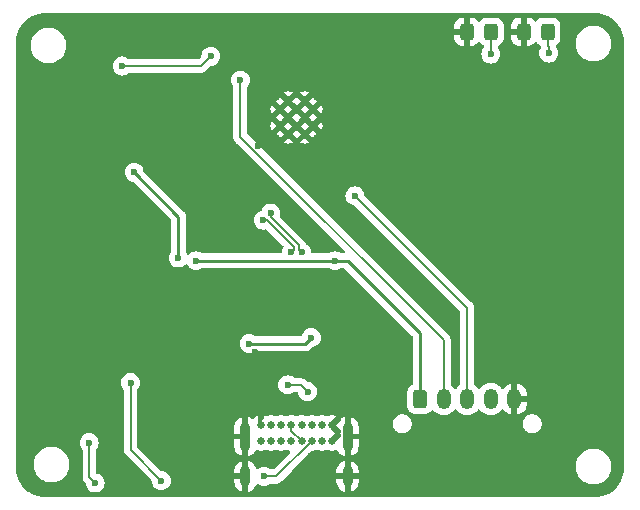
<source format=gbl>
G04 #@! TF.GenerationSoftware,KiCad,Pcbnew,8.0.8*
G04 #@! TF.CreationDate,2025-01-20T22:43:21+09:00*
G04 #@! TF.ProjectId,esp32_primary_board_v0.3.0,65737033-325f-4707-9269-6d6172795f62,rev?*
G04 #@! TF.SameCoordinates,Original*
G04 #@! TF.FileFunction,Copper,L4,Bot*
G04 #@! TF.FilePolarity,Positive*
%FSLAX46Y46*%
G04 Gerber Fmt 4.6, Leading zero omitted, Abs format (unit mm)*
G04 Created by KiCad (PCBNEW 8.0.8) date 2025-01-20 22:43:21*
%MOMM*%
%LPD*%
G01*
G04 APERTURE LIST*
G04 Aperture macros list*
%AMRoundRect*
0 Rectangle with rounded corners*
0 $1 Rounding radius*
0 $2 $3 $4 $5 $6 $7 $8 $9 X,Y pos of 4 corners*
0 Add a 4 corners polygon primitive as box body*
4,1,4,$2,$3,$4,$5,$6,$7,$8,$9,$2,$3,0*
0 Add four circle primitives for the rounded corners*
1,1,$1+$1,$2,$3*
1,1,$1+$1,$4,$5*
1,1,$1+$1,$6,$7*
1,1,$1+$1,$8,$9*
0 Add four rect primitives between the rounded corners*
20,1,$1+$1,$2,$3,$4,$5,0*
20,1,$1+$1,$4,$5,$6,$7,0*
20,1,$1+$1,$6,$7,$8,$9,0*
20,1,$1+$1,$8,$9,$2,$3,0*%
G04 Aperture macros list end*
G04 #@! TA.AperFunction,ComponentPad*
%ADD10RoundRect,0.250000X-0.350000X-0.512000X0.350000X-0.512000X0.350000X0.512000X-0.350000X0.512000X0*%
G04 #@! TD*
G04 #@! TA.AperFunction,ComponentPad*
%ADD11O,1.200000X1.750000*%
G04 #@! TD*
G04 #@! TA.AperFunction,ComponentPad*
%ADD12C,0.650000*%
G04 #@! TD*
G04 #@! TA.AperFunction,ComponentPad*
%ADD13O,0.900000X1.700000*%
G04 #@! TD*
G04 #@! TA.AperFunction,ComponentPad*
%ADD14O,0.900000X2.400000*%
G04 #@! TD*
G04 #@! TA.AperFunction,HeatsinkPad*
%ADD15C,0.600000*%
G04 #@! TD*
G04 #@! TA.AperFunction,SMDPad,CuDef*
%ADD16RoundRect,0.250000X-0.325000X-0.450000X0.325000X-0.450000X0.325000X0.450000X-0.325000X0.450000X0*%
G04 #@! TD*
G04 #@! TA.AperFunction,ViaPad*
%ADD17C,0.600000*%
G04 #@! TD*
G04 #@! TA.AperFunction,Conductor*
%ADD18C,0.127000*%
G04 #@! TD*
G04 #@! TA.AperFunction,Conductor*
%ADD19C,0.250000*%
G04 #@! TD*
G04 #@! TA.AperFunction,Conductor*
%ADD20C,0.152400*%
G04 #@! TD*
G04 #@! TA.AperFunction,Conductor*
%ADD21C,0.200000*%
G04 #@! TD*
G04 APERTURE END LIST*
D10*
X149700000Y-133200000D03*
D11*
X151700000Y-133200000D03*
X153700000Y-133200000D03*
X155700000Y-133200000D03*
X157700000Y-133200000D03*
D12*
X136275000Y-135390000D03*
X137125000Y-135390000D03*
X137975000Y-135390000D03*
X138825000Y-135390000D03*
X139675000Y-135390000D03*
X140525000Y-135390000D03*
X141375000Y-135390000D03*
X142225000Y-135390000D03*
X142225000Y-136740000D03*
X141375000Y-136740000D03*
X140525000Y-136740000D03*
X139675000Y-136740000D03*
X138825000Y-136740000D03*
X137975000Y-136740000D03*
X137125000Y-136740000D03*
X136275000Y-136740000D03*
D13*
X134925000Y-139750000D03*
X143575000Y-139750000D03*
D14*
X134925000Y-136370000D03*
X143575000Y-136370000D03*
D15*
X137850000Y-108660000D03*
X137850000Y-110060000D03*
X138550000Y-107960000D03*
X138550000Y-109360000D03*
X138550000Y-110760000D03*
X139250000Y-108660000D03*
X139250000Y-110060000D03*
X139950000Y-107960000D03*
X139950000Y-109360000D03*
X139950000Y-110760000D03*
X140650000Y-108660000D03*
X140650000Y-110060000D03*
D16*
X153675000Y-102100000D03*
X155725000Y-102100000D03*
X158475000Y-102100000D03*
X160525000Y-102100000D03*
D17*
X154500000Y-123000000D03*
X137750000Y-138000000D03*
X133500000Y-140300000D03*
X130200000Y-139700000D03*
X116200000Y-127600000D03*
X138500000Y-130500000D03*
X156300000Y-106900000D03*
X151750000Y-102000000D03*
X146800000Y-139300000D03*
X149750000Y-123250000D03*
X126250000Y-112250000D03*
X116250000Y-135000000D03*
X133500000Y-132500000D03*
X152400000Y-126800000D03*
X122000000Y-121750000D03*
X135000000Y-114000000D03*
X163500000Y-109000000D03*
X124000000Y-130750000D03*
X124750000Y-115250000D03*
X144000000Y-102750000D03*
X158100000Y-110400000D03*
X144250000Y-108750000D03*
X129250000Y-114500000D03*
X123000000Y-108250000D03*
X142250000Y-138500000D03*
X145500000Y-105500000D03*
X129000000Y-125250000D03*
X127100000Y-141100000D03*
X133250000Y-137750000D03*
X140500000Y-138000000D03*
X136000000Y-111800000D03*
X146400000Y-129300000D03*
X157000000Y-100800000D03*
X146250000Y-112750000D03*
X140250000Y-129750000D03*
X135750000Y-129250000D03*
X140250000Y-133750000D03*
X139000000Y-103000000D03*
X122750000Y-102250000D03*
X133250000Y-125500000D03*
X151500000Y-112900000D03*
X156400000Y-136000000D03*
X144000000Y-106250000D03*
X116000000Y-110750000D03*
X136000000Y-138250000D03*
X130500000Y-106000000D03*
X154500000Y-119500000D03*
X122000000Y-114500000D03*
X136250000Y-102500000D03*
X116000000Y-116000000D03*
X132000000Y-104180000D03*
X124500000Y-105000000D03*
X129250000Y-121250000D03*
X130750000Y-121500000D03*
X142500000Y-121500000D03*
X125500000Y-114000000D03*
X140500000Y-128000000D03*
X135250000Y-128500000D03*
X140183677Y-132566323D03*
X138500000Y-132000000D03*
X137051935Y-117448065D03*
X139677000Y-120780647D03*
X138823000Y-120780647D03*
X136448065Y-118051935D03*
X144200000Y-116000000D03*
X134500000Y-106200000D03*
X122200000Y-140300000D03*
X121700000Y-136900000D03*
X125200000Y-131800000D03*
X127800000Y-140100000D03*
X136500000Y-139750000D03*
X160600000Y-103900000D03*
X155700000Y-104000000D03*
D18*
X131180000Y-105000000D02*
X132000000Y-104180000D01*
X124500000Y-105000000D02*
X131180000Y-105000000D01*
D19*
X142500000Y-121500000D02*
X143600000Y-121500000D01*
X149700000Y-127600000D02*
X149700000Y-133200000D01*
X129250000Y-117750000D02*
X125500000Y-114000000D01*
X143600000Y-121500000D02*
X149700000Y-127600000D01*
X129250000Y-121250000D02*
X129250000Y-117750000D01*
X130750000Y-121500000D02*
X142500000Y-121500000D01*
X140000000Y-128500000D02*
X140500000Y-128000000D01*
X135250000Y-128500000D02*
X140000000Y-128500000D01*
D20*
X139453201Y-120556848D02*
X139453201Y-120165832D01*
X139677000Y-120780647D02*
X139453201Y-120556848D01*
X138500000Y-132000000D02*
X139617354Y-132000000D01*
X139617354Y-132000000D02*
X140183677Y-132566323D01*
X137051935Y-117764566D02*
X137051935Y-117448065D01*
X139453201Y-120165832D02*
X137051935Y-117764566D01*
X139675000Y-136740000D02*
X138825000Y-135890000D01*
X139046799Y-120556848D02*
X139046799Y-120334168D01*
X138823000Y-120780647D02*
X139046799Y-120556848D01*
X139046799Y-120334168D02*
X136764566Y-118051935D01*
X136764566Y-118051935D02*
X136448065Y-118051935D01*
X138825000Y-135890000D02*
X138825000Y-135390000D01*
D21*
X153700000Y-125500000D02*
X153700000Y-133200000D01*
X144200000Y-116000000D02*
X153700000Y-125500000D01*
X151700000Y-128200000D02*
X151700000Y-133200000D01*
X134500000Y-106200000D02*
X134500000Y-111000000D01*
X134500000Y-111000000D02*
X151700000Y-128200000D01*
D18*
X121700000Y-139800000D02*
X122200000Y-140300000D01*
X121700000Y-136900000D02*
X121700000Y-139800000D01*
X125200000Y-131800000D02*
X125200000Y-137500000D01*
X125200000Y-137500000D02*
X127800000Y-140100000D01*
D21*
X137515000Y-139750000D02*
X140525000Y-136740000D01*
X136500000Y-139750000D02*
X137515000Y-139750000D01*
D18*
X160600000Y-103900000D02*
X160600000Y-103400000D01*
X160600000Y-103400000D02*
X160525000Y-103325000D01*
X160525000Y-103325000D02*
X160525000Y-102100000D01*
X155700000Y-104000000D02*
X155700000Y-103500000D01*
X155725000Y-103475000D02*
X155725000Y-102100000D01*
X155700000Y-103500000D02*
X155725000Y-103475000D01*
G04 #@! TA.AperFunction,Conductor*
G36*
X164503736Y-100500726D02*
G01*
X164793796Y-100518271D01*
X164808659Y-100520076D01*
X165090798Y-100571780D01*
X165105335Y-100575363D01*
X165379172Y-100660695D01*
X165393163Y-100666000D01*
X165654743Y-100783727D01*
X165667989Y-100790680D01*
X165913465Y-100939075D01*
X165925776Y-100947573D01*
X166065819Y-101057289D01*
X166151573Y-101124473D01*
X166162781Y-101134403D01*
X166365596Y-101337218D01*
X166375526Y-101348426D01*
X166495481Y-101501538D01*
X166552422Y-101574217D01*
X166560926Y-101586537D01*
X166569073Y-101600013D01*
X166709316Y-101832004D01*
X166716275Y-101845263D01*
X166833997Y-102106831D01*
X166839306Y-102120832D01*
X166924635Y-102394663D01*
X166928219Y-102409201D01*
X166979923Y-102691340D01*
X166981728Y-102706205D01*
X166999274Y-102996263D01*
X166999500Y-103003750D01*
X166999500Y-138996249D01*
X166999274Y-139003736D01*
X166981728Y-139293794D01*
X166979923Y-139308659D01*
X166928219Y-139590798D01*
X166924635Y-139605336D01*
X166839306Y-139879167D01*
X166833997Y-139893168D01*
X166716275Y-140154736D01*
X166709316Y-140167995D01*
X166560928Y-140413459D01*
X166552422Y-140425782D01*
X166375526Y-140651573D01*
X166365596Y-140662781D01*
X166162781Y-140865596D01*
X166151573Y-140875526D01*
X165925782Y-141052422D01*
X165913459Y-141060928D01*
X165667995Y-141209316D01*
X165654736Y-141216275D01*
X165393168Y-141333997D01*
X165379167Y-141339306D01*
X165105336Y-141424635D01*
X165090798Y-141428219D01*
X164808659Y-141479923D01*
X164793794Y-141481728D01*
X164503736Y-141499274D01*
X164496249Y-141499500D01*
X118003751Y-141499500D01*
X117996264Y-141499274D01*
X117706205Y-141481728D01*
X117691340Y-141479923D01*
X117409201Y-141428219D01*
X117394663Y-141424635D01*
X117120832Y-141339306D01*
X117106831Y-141333997D01*
X116845263Y-141216275D01*
X116832004Y-141209316D01*
X116630926Y-141087760D01*
X116586537Y-141060926D01*
X116574217Y-141052422D01*
X116540222Y-141025789D01*
X116348426Y-140875526D01*
X116337218Y-140865596D01*
X116134403Y-140662781D01*
X116124473Y-140651573D01*
X116033432Y-140535368D01*
X115947573Y-140425776D01*
X115939075Y-140413465D01*
X115790680Y-140167989D01*
X115783727Y-140154743D01*
X115666000Y-139893163D01*
X115660693Y-139879167D01*
X115660177Y-139877512D01*
X115575363Y-139605335D01*
X115571780Y-139590798D01*
X115542200Y-139429387D01*
X115520075Y-139308657D01*
X115518271Y-139293794D01*
X115500726Y-139003736D01*
X115500500Y-138996249D01*
X115500500Y-138631902D01*
X116999500Y-138631902D01*
X116999500Y-138868097D01*
X117036446Y-139101368D01*
X117109433Y-139325996D01*
X117185863Y-139475996D01*
X117216657Y-139536433D01*
X117355483Y-139727510D01*
X117522490Y-139894517D01*
X117713567Y-140033343D01*
X117766591Y-140060360D01*
X117924003Y-140140566D01*
X117924005Y-140140566D01*
X117924008Y-140140568D01*
X118044412Y-140179689D01*
X118148631Y-140213553D01*
X118381903Y-140250500D01*
X118381908Y-140250500D01*
X118618097Y-140250500D01*
X118851368Y-140213553D01*
X119075992Y-140140568D01*
X119286433Y-140033343D01*
X119477510Y-139894517D01*
X119644517Y-139727510D01*
X119783343Y-139536433D01*
X119890568Y-139325992D01*
X119963553Y-139101368D01*
X119971689Y-139050000D01*
X120000500Y-138868097D01*
X120000500Y-138631902D01*
X119963553Y-138398631D01*
X119890566Y-138174003D01*
X119783342Y-137963566D01*
X119644517Y-137772490D01*
X119477510Y-137605483D01*
X119286433Y-137466657D01*
X119258454Y-137452401D01*
X119075996Y-137359433D01*
X118851368Y-137286446D01*
X118618097Y-137249500D01*
X118618092Y-137249500D01*
X118381908Y-137249500D01*
X118381903Y-137249500D01*
X118148631Y-137286446D01*
X117924003Y-137359433D01*
X117713566Y-137466657D01*
X117615848Y-137537654D01*
X117522490Y-137605483D01*
X117522488Y-137605485D01*
X117522487Y-137605485D01*
X117355485Y-137772487D01*
X117355485Y-137772488D01*
X117355483Y-137772490D01*
X117301857Y-137846300D01*
X117216657Y-137963566D01*
X117109433Y-138174003D01*
X117036446Y-138398631D01*
X116999500Y-138631902D01*
X115500500Y-138631902D01*
X115500500Y-136899996D01*
X120894435Y-136899996D01*
X120894435Y-136900003D01*
X120914630Y-137079249D01*
X120914631Y-137079254D01*
X120974211Y-137249523D01*
X121070184Y-137402262D01*
X121099681Y-137431759D01*
X121133166Y-137493082D01*
X121136000Y-137519440D01*
X121136000Y-139725747D01*
X121136000Y-139874253D01*
X121141068Y-139893168D01*
X121164813Y-139981785D01*
X121164813Y-139981786D01*
X121174433Y-140017692D01*
X121174434Y-140017694D01*
X121174435Y-140017696D01*
X121248687Y-140146304D01*
X121248689Y-140146306D01*
X121360761Y-140258378D01*
X121360767Y-140258383D01*
X121362744Y-140260360D01*
X121396229Y-140321683D01*
X121398283Y-140334158D01*
X121414630Y-140479249D01*
X121414631Y-140479254D01*
X121474211Y-140649523D01*
X121479208Y-140657475D01*
X121570184Y-140802262D01*
X121697738Y-140929816D01*
X121850478Y-141025789D01*
X121958224Y-141063491D01*
X122020745Y-141085368D01*
X122020750Y-141085369D01*
X122199996Y-141105565D01*
X122200000Y-141105565D01*
X122200004Y-141105565D01*
X122379249Y-141085369D01*
X122379252Y-141085368D01*
X122379255Y-141085368D01*
X122549522Y-141025789D01*
X122702262Y-140929816D01*
X122829816Y-140802262D01*
X122925789Y-140649522D01*
X122985368Y-140479255D01*
X122985759Y-140475788D01*
X123005565Y-140300003D01*
X123005565Y-140299996D01*
X122985369Y-140120750D01*
X122985368Y-140120745D01*
X122958695Y-140044517D01*
X122925789Y-139950478D01*
X122907106Y-139920745D01*
X122829815Y-139797737D01*
X122702262Y-139670184D01*
X122549523Y-139574211D01*
X122379253Y-139514631D01*
X122374112Y-139514052D01*
X122309699Y-139486983D01*
X122270146Y-139429387D01*
X122264000Y-139390832D01*
X122264000Y-137519440D01*
X122283685Y-137452401D01*
X122300319Y-137431759D01*
X122312078Y-137420000D01*
X122329816Y-137402262D01*
X122425789Y-137249522D01*
X122485368Y-137079255D01*
X122485369Y-137079249D01*
X122505565Y-136900003D01*
X122505565Y-136899996D01*
X122485369Y-136720750D01*
X122485368Y-136720745D01*
X122432777Y-136570448D01*
X122425789Y-136550478D01*
X122329816Y-136397738D01*
X122202262Y-136270184D01*
X122173499Y-136252111D01*
X122049523Y-136174211D01*
X121879254Y-136114631D01*
X121879249Y-136114630D01*
X121700004Y-136094435D01*
X121699996Y-136094435D01*
X121520750Y-136114630D01*
X121520745Y-136114631D01*
X121350476Y-136174211D01*
X121197737Y-136270184D01*
X121070184Y-136397737D01*
X120974211Y-136550476D01*
X120914631Y-136720745D01*
X120914630Y-136720750D01*
X120894435Y-136899996D01*
X115500500Y-136899996D01*
X115500500Y-131799996D01*
X124394435Y-131799996D01*
X124394435Y-131800003D01*
X124414630Y-131979249D01*
X124414631Y-131979254D01*
X124474211Y-132149523D01*
X124570184Y-132302262D01*
X124599681Y-132331759D01*
X124633166Y-132393082D01*
X124636000Y-132419440D01*
X124636000Y-137574252D01*
X124674435Y-137717696D01*
X124748687Y-137846304D01*
X124748689Y-137846306D01*
X124860761Y-137958378D01*
X124860767Y-137958383D01*
X126962744Y-140060360D01*
X126996229Y-140121683D01*
X126998283Y-140134158D01*
X127014630Y-140279249D01*
X127014631Y-140279254D01*
X127074211Y-140449523D01*
X127128152Y-140535369D01*
X127170184Y-140602262D01*
X127297738Y-140729816D01*
X127450478Y-140825789D01*
X127592618Y-140875526D01*
X127620745Y-140885368D01*
X127620750Y-140885369D01*
X127799996Y-140905565D01*
X127800000Y-140905565D01*
X127800004Y-140905565D01*
X127979249Y-140885369D01*
X127979252Y-140885368D01*
X127979255Y-140885368D01*
X128149522Y-140825789D01*
X128302262Y-140729816D01*
X128429816Y-140602262D01*
X128525789Y-140449522D01*
X128585368Y-140279255D01*
X128585369Y-140279249D01*
X128605565Y-140100003D01*
X128605565Y-140099996D01*
X128585369Y-139920750D01*
X128585368Y-139920745D01*
X128542326Y-139797738D01*
X128525789Y-139750478D01*
X128511358Y-139727512D01*
X128429815Y-139597737D01*
X128302262Y-139470184D01*
X128149523Y-139374211D01*
X127979254Y-139314631D01*
X127979249Y-139314630D01*
X127834158Y-139298283D01*
X127769744Y-139271217D01*
X127760360Y-139262744D01*
X125800319Y-137302703D01*
X125766834Y-137241380D01*
X125764000Y-137215022D01*
X125764000Y-135526428D01*
X133975000Y-135526428D01*
X133975000Y-136120000D01*
X134625000Y-136120000D01*
X134625000Y-136620000D01*
X133975000Y-136620000D01*
X133975000Y-137213571D01*
X134011506Y-137397097D01*
X134011508Y-137397105D01*
X134083119Y-137569991D01*
X134083124Y-137570000D01*
X134187086Y-137725589D01*
X134187089Y-137725593D01*
X134319406Y-137857910D01*
X134319410Y-137857913D01*
X134474999Y-137961875D01*
X134475012Y-137961882D01*
X134647889Y-138033489D01*
X134647896Y-138033491D01*
X134675000Y-138038882D01*
X134675000Y-137286988D01*
X134684940Y-137304205D01*
X134740795Y-137360060D01*
X134809204Y-137399556D01*
X134885504Y-137420000D01*
X134964496Y-137420000D01*
X135040796Y-137399556D01*
X135109205Y-137360060D01*
X135165060Y-137304205D01*
X135175000Y-137286988D01*
X135175000Y-138038881D01*
X135202103Y-138033491D01*
X135202110Y-138033489D01*
X135374987Y-137961882D01*
X135375000Y-137961875D01*
X135530589Y-137857913D01*
X135530593Y-137857910D01*
X135662910Y-137725593D01*
X135662913Y-137725589D01*
X135766875Y-137570000D01*
X135766878Y-137569994D01*
X135771723Y-137558297D01*
X135815561Y-137503891D01*
X135881854Y-137481822D01*
X135936723Y-137492464D01*
X136018652Y-137528941D01*
X136018657Y-137528943D01*
X136188289Y-137565000D01*
X136361711Y-137565000D01*
X136531342Y-137528943D01*
X136531347Y-137528941D01*
X136648947Y-137476582D01*
X136718197Y-137467297D01*
X136749818Y-137476581D01*
X136821639Y-137508557D01*
X136868501Y-137529422D01*
X137038236Y-137565500D01*
X137038237Y-137565500D01*
X137211762Y-137565500D01*
X137211764Y-137565500D01*
X137381499Y-137529422D01*
X137381501Y-137529420D01*
X137381504Y-137529420D01*
X137499564Y-137476856D01*
X137568814Y-137467571D01*
X137600436Y-137476856D01*
X137718495Y-137529420D01*
X137718501Y-137529422D01*
X137888236Y-137565500D01*
X137888237Y-137565500D01*
X138061762Y-137565500D01*
X138061764Y-137565500D01*
X138231499Y-137529422D01*
X138231501Y-137529420D01*
X138231504Y-137529420D01*
X138349564Y-137476856D01*
X138418814Y-137467571D01*
X138450436Y-137476856D01*
X138568495Y-137529420D01*
X138568497Y-137529420D01*
X138568501Y-137529422D01*
X138607240Y-137537656D01*
X138668718Y-137570846D01*
X138702496Y-137632008D01*
X138697844Y-137701723D01*
X138669138Y-137746626D01*
X137302584Y-139113181D01*
X137241261Y-139146666D01*
X137214903Y-139149500D01*
X137082412Y-139149500D01*
X137015373Y-139129815D01*
X137005097Y-139122445D01*
X137002263Y-139120185D01*
X137002262Y-139120184D01*
X136927013Y-139072902D01*
X136849523Y-139024211D01*
X136679254Y-138964631D01*
X136679249Y-138964630D01*
X136500004Y-138944435D01*
X136499996Y-138944435D01*
X136320750Y-138964630D01*
X136320745Y-138964631D01*
X136150476Y-139024211D01*
X136011259Y-139111688D01*
X135944022Y-139130688D01*
X135877187Y-139110320D01*
X135831973Y-139057052D01*
X135830726Y-139054146D01*
X135766882Y-138900012D01*
X135766875Y-138899999D01*
X135662913Y-138744410D01*
X135662910Y-138744406D01*
X135530593Y-138612089D01*
X135530589Y-138612086D01*
X135375000Y-138508124D01*
X135374991Y-138508119D01*
X135202103Y-138436507D01*
X135202100Y-138436506D01*
X135175000Y-138431115D01*
X135175000Y-139183011D01*
X135165060Y-139165795D01*
X135109205Y-139109940D01*
X135040796Y-139070444D01*
X134964496Y-139050000D01*
X134885504Y-139050000D01*
X134809204Y-139070444D01*
X134740795Y-139109940D01*
X134684940Y-139165795D01*
X134675000Y-139183011D01*
X134675000Y-138431116D01*
X134674999Y-138431115D01*
X134647899Y-138436506D01*
X134647896Y-138436507D01*
X134475008Y-138508119D01*
X134474999Y-138508124D01*
X134319410Y-138612086D01*
X134319406Y-138612089D01*
X134187089Y-138744406D01*
X134187086Y-138744410D01*
X134083124Y-138899999D01*
X134083119Y-138900008D01*
X134011508Y-139072894D01*
X134011506Y-139072902D01*
X133975000Y-139256428D01*
X133975000Y-139500000D01*
X134625000Y-139500000D01*
X134625000Y-140000000D01*
X133975000Y-140000000D01*
X133975000Y-140243571D01*
X134011506Y-140427097D01*
X134011508Y-140427105D01*
X134083119Y-140599991D01*
X134083124Y-140600000D01*
X134187086Y-140755589D01*
X134187089Y-140755593D01*
X134319406Y-140887910D01*
X134319410Y-140887913D01*
X134474999Y-140991875D01*
X134475012Y-140991882D01*
X134647889Y-141063489D01*
X134647896Y-141063491D01*
X134675000Y-141068882D01*
X134675000Y-140316988D01*
X134684940Y-140334205D01*
X134740795Y-140390060D01*
X134809204Y-140429556D01*
X134885504Y-140450000D01*
X134964496Y-140450000D01*
X135040796Y-140429556D01*
X135109205Y-140390060D01*
X135165060Y-140334205D01*
X135175000Y-140316988D01*
X135175000Y-141068881D01*
X135202103Y-141063491D01*
X135202110Y-141063489D01*
X135374987Y-140991882D01*
X135375000Y-140991875D01*
X135530589Y-140887913D01*
X135530593Y-140887910D01*
X135662910Y-140755593D01*
X135662913Y-140755589D01*
X135766875Y-140600000D01*
X135766882Y-140599987D01*
X135830726Y-140445853D01*
X135874567Y-140391449D01*
X135940861Y-140369384D01*
X136008560Y-140386663D01*
X136011234Y-140388296D01*
X136057791Y-140417550D01*
X136150475Y-140475788D01*
X136320745Y-140535368D01*
X136320750Y-140535369D01*
X136499996Y-140555565D01*
X136500000Y-140555565D01*
X136500004Y-140555565D01*
X136679249Y-140535369D01*
X136679252Y-140535368D01*
X136679255Y-140535368D01*
X136849522Y-140475789D01*
X137002262Y-140379816D01*
X137002267Y-140379810D01*
X137005097Y-140377555D01*
X137007275Y-140376665D01*
X137008158Y-140376111D01*
X137008255Y-140376265D01*
X137069783Y-140351145D01*
X137082412Y-140350500D01*
X137428331Y-140350500D01*
X137428347Y-140350501D01*
X137435943Y-140350501D01*
X137594054Y-140350501D01*
X137594057Y-140350501D01*
X137746785Y-140309577D01*
X137799304Y-140279255D01*
X137799305Y-140279255D01*
X137883709Y-140230524D01*
X137883708Y-140230524D01*
X137883716Y-140230520D01*
X137995520Y-140118716D01*
X137995520Y-140118714D01*
X138005724Y-140108511D01*
X138005727Y-140108506D01*
X138857806Y-139256428D01*
X142625000Y-139256428D01*
X142625000Y-139500000D01*
X143275000Y-139500000D01*
X143275000Y-140000000D01*
X142625000Y-140000000D01*
X142625000Y-140243571D01*
X142661506Y-140427097D01*
X142661508Y-140427105D01*
X142733119Y-140599991D01*
X142733124Y-140600000D01*
X142837086Y-140755589D01*
X142837089Y-140755593D01*
X142969406Y-140887910D01*
X142969410Y-140887913D01*
X143124999Y-140991875D01*
X143125012Y-140991882D01*
X143297889Y-141063489D01*
X143297896Y-141063491D01*
X143325000Y-141068882D01*
X143325000Y-140316988D01*
X143334940Y-140334205D01*
X143390795Y-140390060D01*
X143459204Y-140429556D01*
X143535504Y-140450000D01*
X143614496Y-140450000D01*
X143690796Y-140429556D01*
X143759205Y-140390060D01*
X143815060Y-140334205D01*
X143825000Y-140316988D01*
X143825000Y-141068881D01*
X143852103Y-141063491D01*
X143852110Y-141063489D01*
X144024987Y-140991882D01*
X144025000Y-140991875D01*
X144180589Y-140887913D01*
X144180593Y-140887910D01*
X144312910Y-140755593D01*
X144312913Y-140755589D01*
X144416875Y-140600000D01*
X144416880Y-140599991D01*
X144488491Y-140427105D01*
X144488493Y-140427097D01*
X144524999Y-140243571D01*
X144525000Y-140243569D01*
X144525000Y-140000000D01*
X143875000Y-140000000D01*
X143875000Y-139500000D01*
X144525000Y-139500000D01*
X144525000Y-139256430D01*
X144524999Y-139256428D01*
X144488493Y-139072902D01*
X144488491Y-139072894D01*
X144416880Y-138900008D01*
X144416875Y-138899999D01*
X144337965Y-138781902D01*
X162899500Y-138781902D01*
X162899500Y-139018097D01*
X162936446Y-139251368D01*
X163009433Y-139475996D01*
X163075336Y-139605336D01*
X163116657Y-139686433D01*
X163255483Y-139877510D01*
X163422490Y-140044517D01*
X163613567Y-140183343D01*
X163706153Y-140230518D01*
X163824003Y-140290566D01*
X163824005Y-140290566D01*
X163824008Y-140290568D01*
X163919770Y-140321683D01*
X164048631Y-140363553D01*
X164281903Y-140400500D01*
X164281908Y-140400500D01*
X164518097Y-140400500D01*
X164751368Y-140363553D01*
X164975992Y-140290568D01*
X165186433Y-140183343D01*
X165377510Y-140044517D01*
X165544517Y-139877510D01*
X165683343Y-139686433D01*
X165790568Y-139475992D01*
X165863553Y-139251368D01*
X165864128Y-139247738D01*
X165900500Y-139018097D01*
X165900500Y-138781902D01*
X165863553Y-138548631D01*
X165814815Y-138398632D01*
X165790568Y-138324008D01*
X165790566Y-138324005D01*
X165790566Y-138324003D01*
X165714139Y-138174008D01*
X165683343Y-138113567D01*
X165544517Y-137922490D01*
X165377510Y-137755483D01*
X165186433Y-137616657D01*
X165157312Y-137601819D01*
X164975996Y-137509433D01*
X164751368Y-137436446D01*
X164518097Y-137399500D01*
X164518092Y-137399500D01*
X164281908Y-137399500D01*
X164281903Y-137399500D01*
X164048631Y-137436446D01*
X163824003Y-137509433D01*
X163613566Y-137616657D01*
X163504550Y-137695862D01*
X163422490Y-137755483D01*
X163422488Y-137755485D01*
X163422487Y-137755485D01*
X163255485Y-137922487D01*
X163255485Y-137922488D01*
X163255483Y-137922490D01*
X163225639Y-137963567D01*
X163116657Y-138113566D01*
X163009433Y-138324003D01*
X162936446Y-138548631D01*
X162899500Y-138781902D01*
X144337965Y-138781902D01*
X144312913Y-138744410D01*
X144312910Y-138744406D01*
X144180593Y-138612089D01*
X144180589Y-138612086D01*
X144025000Y-138508124D01*
X144024991Y-138508119D01*
X143852103Y-138436507D01*
X143852100Y-138436506D01*
X143825000Y-138431115D01*
X143825000Y-139183011D01*
X143815060Y-139165795D01*
X143759205Y-139109940D01*
X143690796Y-139070444D01*
X143614496Y-139050000D01*
X143535504Y-139050000D01*
X143459204Y-139070444D01*
X143390795Y-139109940D01*
X143334940Y-139165795D01*
X143325000Y-139183011D01*
X143325000Y-138431116D01*
X143324999Y-138431115D01*
X143297899Y-138436506D01*
X143297896Y-138436507D01*
X143125008Y-138508119D01*
X143124999Y-138508124D01*
X142969410Y-138612086D01*
X142969406Y-138612089D01*
X142837089Y-138744406D01*
X142837086Y-138744410D01*
X142733124Y-138899999D01*
X142733119Y-138900008D01*
X142661508Y-139072894D01*
X142661506Y-139072902D01*
X142625000Y-139256428D01*
X138857806Y-139256428D01*
X140512416Y-137601819D01*
X140573739Y-137568334D01*
X140600097Y-137565500D01*
X140611762Y-137565500D01*
X140611764Y-137565500D01*
X140781499Y-137529422D01*
X140781501Y-137529420D01*
X140781504Y-137529420D01*
X140899564Y-137476856D01*
X140968814Y-137467571D01*
X141000436Y-137476856D01*
X141118495Y-137529420D01*
X141118501Y-137529422D01*
X141288236Y-137565500D01*
X141288237Y-137565500D01*
X141461762Y-137565500D01*
X141461764Y-137565500D01*
X141631499Y-137529422D01*
X141631501Y-137529420D01*
X141631504Y-137529420D01*
X141750179Y-137476582D01*
X141819429Y-137467297D01*
X141851050Y-137476581D01*
X141968657Y-137528943D01*
X142138289Y-137565000D01*
X142311711Y-137565000D01*
X142481342Y-137528943D01*
X142481347Y-137528941D01*
X142563276Y-137492464D01*
X142632526Y-137483179D01*
X142695803Y-137512807D01*
X142728273Y-137558291D01*
X142733117Y-137569987D01*
X142733124Y-137570000D01*
X142837086Y-137725589D01*
X142837089Y-137725593D01*
X142969406Y-137857910D01*
X142969410Y-137857913D01*
X143124999Y-137961875D01*
X143125012Y-137961882D01*
X143297889Y-138033489D01*
X143297896Y-138033491D01*
X143325000Y-138038882D01*
X143325000Y-137286988D01*
X143334940Y-137304205D01*
X143390795Y-137360060D01*
X143459204Y-137399556D01*
X143535504Y-137420000D01*
X143614496Y-137420000D01*
X143690796Y-137399556D01*
X143759205Y-137360060D01*
X143815060Y-137304205D01*
X143825000Y-137286988D01*
X143825000Y-138038881D01*
X143852103Y-138033491D01*
X143852110Y-138033489D01*
X144024987Y-137961882D01*
X144025000Y-137961875D01*
X144180589Y-137857913D01*
X144180593Y-137857910D01*
X144312910Y-137725593D01*
X144312913Y-137725589D01*
X144416875Y-137570000D01*
X144416880Y-137569991D01*
X144488491Y-137397105D01*
X144488493Y-137397097D01*
X144524999Y-137213571D01*
X144525000Y-137213569D01*
X144525000Y-136620000D01*
X143875000Y-136620000D01*
X143875000Y-136120000D01*
X144525000Y-136120000D01*
X144525000Y-135526430D01*
X144524999Y-135526428D01*
X144488493Y-135342902D01*
X144488491Y-135342894D01*
X144438065Y-135221153D01*
X147399500Y-135221153D01*
X147399500Y-135378846D01*
X147430261Y-135533489D01*
X147430264Y-135533501D01*
X147490602Y-135679172D01*
X147490609Y-135679185D01*
X147578210Y-135810288D01*
X147578213Y-135810292D01*
X147689707Y-135921786D01*
X147689711Y-135921789D01*
X147820814Y-136009390D01*
X147820827Y-136009397D01*
X147955064Y-136064999D01*
X147966503Y-136069737D01*
X148121153Y-136100499D01*
X148121156Y-136100500D01*
X148121158Y-136100500D01*
X148278844Y-136100500D01*
X148278845Y-136100499D01*
X148433497Y-136069737D01*
X148557784Y-136018256D01*
X148579172Y-136009397D01*
X148579172Y-136009396D01*
X148579179Y-136009394D01*
X148710289Y-135921789D01*
X148821789Y-135810289D01*
X148909394Y-135679179D01*
X148969737Y-135533497D01*
X149000500Y-135378842D01*
X149000500Y-135221158D01*
X149000500Y-135221155D01*
X149000499Y-135221153D01*
X149000303Y-135220168D01*
X158389500Y-135220168D01*
X158389500Y-135379831D01*
X158420645Y-135536406D01*
X158420648Y-135536418D01*
X158481742Y-135683914D01*
X158481744Y-135683918D01*
X158570439Y-135816659D01*
X158570445Y-135816667D01*
X158683332Y-135929554D01*
X158683340Y-135929560D01*
X158816081Y-136018255D01*
X158816085Y-136018257D01*
X158940373Y-136069738D01*
X158963586Y-136079353D01*
X159120168Y-136110499D01*
X159120172Y-136110500D01*
X159120173Y-136110500D01*
X159279828Y-136110500D01*
X159279829Y-136110499D01*
X159436414Y-136079353D01*
X159583916Y-136018256D01*
X159583918Y-136018255D01*
X159713241Y-135931844D01*
X159716664Y-135929557D01*
X159829557Y-135816664D01*
X159918256Y-135683916D01*
X159926991Y-135662829D01*
X159979351Y-135536418D01*
X159979353Y-135536414D01*
X160010500Y-135379827D01*
X160010500Y-135220173D01*
X159979353Y-135063586D01*
X159979351Y-135063581D01*
X159918257Y-134916085D01*
X159918255Y-134916081D01*
X159829560Y-134783340D01*
X159829554Y-134783332D01*
X159716667Y-134670445D01*
X159716659Y-134670439D01*
X159583918Y-134581744D01*
X159583914Y-134581742D01*
X159436418Y-134520648D01*
X159436406Y-134520645D01*
X159279831Y-134489500D01*
X159279827Y-134489500D01*
X159120173Y-134489500D01*
X159120168Y-134489500D01*
X158963593Y-134520645D01*
X158963581Y-134520648D01*
X158816085Y-134581742D01*
X158816081Y-134581744D01*
X158683340Y-134670439D01*
X158683332Y-134670445D01*
X158570445Y-134783332D01*
X158570439Y-134783340D01*
X158481744Y-134916081D01*
X158481742Y-134916085D01*
X158420648Y-135063581D01*
X158420645Y-135063593D01*
X158389500Y-135220168D01*
X149000303Y-135220168D01*
X148992681Y-135181848D01*
X148969737Y-135066503D01*
X148948158Y-135014406D01*
X148909397Y-134920827D01*
X148909390Y-134920814D01*
X148821789Y-134789711D01*
X148821786Y-134789707D01*
X148710292Y-134678213D01*
X148710288Y-134678210D01*
X148579185Y-134590609D01*
X148579172Y-134590602D01*
X148433501Y-134530264D01*
X148433489Y-134530261D01*
X148278845Y-134499500D01*
X148278842Y-134499500D01*
X148121158Y-134499500D01*
X148121155Y-134499500D01*
X147966510Y-134530261D01*
X147966498Y-134530264D01*
X147820827Y-134590602D01*
X147820814Y-134590609D01*
X147689711Y-134678210D01*
X147689707Y-134678213D01*
X147578213Y-134789707D01*
X147578210Y-134789711D01*
X147490609Y-134920814D01*
X147490602Y-134920827D01*
X147430264Y-135066498D01*
X147430261Y-135066510D01*
X147399500Y-135221153D01*
X144438065Y-135221153D01*
X144416880Y-135170008D01*
X144416875Y-135169999D01*
X144312913Y-135014410D01*
X144312910Y-135014406D01*
X144180593Y-134882089D01*
X144180589Y-134882086D01*
X144025000Y-134778124D01*
X144024991Y-134778119D01*
X143852103Y-134706507D01*
X143852100Y-134706506D01*
X143825000Y-134701115D01*
X143825000Y-135453011D01*
X143815060Y-135435795D01*
X143759205Y-135379940D01*
X143690796Y-135340444D01*
X143614496Y-135320000D01*
X143535504Y-135320000D01*
X143459204Y-135340444D01*
X143390795Y-135379940D01*
X143334940Y-135435795D01*
X143325000Y-135453011D01*
X143325000Y-134701116D01*
X143324999Y-134701115D01*
X143297899Y-134706506D01*
X143297896Y-134706507D01*
X143125008Y-134778119D01*
X143124999Y-134778124D01*
X143028307Y-134842732D01*
X143022559Y-134901098D01*
X143020311Y-134900876D01*
X143017884Y-134934824D01*
X142989383Y-134979171D01*
X142578554Y-135390000D01*
X142989383Y-135800829D01*
X143022868Y-135862152D01*
X143017884Y-135931844D01*
X142989383Y-135976191D01*
X142900574Y-136065000D01*
X142989383Y-136153809D01*
X143022868Y-136215132D01*
X143017884Y-136284824D01*
X142989383Y-136329171D01*
X142489458Y-136829096D01*
X142428135Y-136862581D01*
X142388123Y-136859719D01*
X142394552Y-136853291D01*
X142425000Y-136779782D01*
X142425000Y-136700218D01*
X142394552Y-136626709D01*
X142338291Y-136570448D01*
X142264782Y-136540000D01*
X142185218Y-136540000D01*
X142178854Y-136542635D01*
X142175348Y-136531845D01*
X142173353Y-136462004D01*
X142205598Y-136405847D01*
X142546445Y-136064999D01*
X142205598Y-135724152D01*
X142172113Y-135662829D01*
X142175347Y-135598155D01*
X142178854Y-135587364D01*
X142185218Y-135590000D01*
X142264782Y-135590000D01*
X142338291Y-135559552D01*
X142394552Y-135503291D01*
X142425000Y-135429782D01*
X142425000Y-135350218D01*
X142394552Y-135276709D01*
X142338291Y-135220448D01*
X142264782Y-135190000D01*
X142185218Y-135190000D01*
X142178854Y-135192635D01*
X142175347Y-135181844D01*
X142173351Y-135112007D01*
X142205597Y-135055847D01*
X142605230Y-134656215D01*
X142481340Y-134601056D01*
X142311711Y-134565000D01*
X142138289Y-134565000D01*
X141968657Y-134601056D01*
X141968656Y-134601056D01*
X141851050Y-134653418D01*
X141781800Y-134662702D01*
X141750180Y-134653418D01*
X141631500Y-134600578D01*
X141631498Y-134600577D01*
X141497841Y-134572168D01*
X141461764Y-134564500D01*
X141288236Y-134564500D01*
X141258483Y-134570824D01*
X141118501Y-134600577D01*
X141118500Y-134600577D01*
X141000434Y-134653144D01*
X140931184Y-134662428D01*
X140899564Y-134653144D01*
X140781500Y-134600578D01*
X140781498Y-134600577D01*
X140647841Y-134572168D01*
X140611764Y-134564500D01*
X140438236Y-134564500D01*
X140408483Y-134570824D01*
X140268501Y-134600577D01*
X140268500Y-134600577D01*
X140150434Y-134653144D01*
X140081184Y-134662428D01*
X140049564Y-134653144D01*
X139931500Y-134600578D01*
X139931498Y-134600577D01*
X139797841Y-134572168D01*
X139761764Y-134564500D01*
X139588236Y-134564500D01*
X139558483Y-134570824D01*
X139418501Y-134600577D01*
X139418500Y-134600577D01*
X139300434Y-134653144D01*
X139231184Y-134662428D01*
X139199564Y-134653144D01*
X139081500Y-134600578D01*
X139081498Y-134600577D01*
X138947841Y-134572168D01*
X138911764Y-134564500D01*
X138738236Y-134564500D01*
X138708483Y-134570824D01*
X138568501Y-134600577D01*
X138568500Y-134600577D01*
X138450434Y-134653144D01*
X138381184Y-134662428D01*
X138349564Y-134653144D01*
X138231500Y-134600578D01*
X138231498Y-134600577D01*
X138097841Y-134572168D01*
X138061764Y-134564500D01*
X137888236Y-134564500D01*
X137858483Y-134570824D01*
X137718501Y-134600577D01*
X137718500Y-134600577D01*
X137600434Y-134653144D01*
X137531184Y-134662428D01*
X137499564Y-134653144D01*
X137381500Y-134600578D01*
X137381498Y-134600577D01*
X137247841Y-134572168D01*
X137211764Y-134564500D01*
X137038236Y-134564500D01*
X137008483Y-134570824D01*
X136868501Y-134600577D01*
X136868496Y-134600579D01*
X136749820Y-134653418D01*
X136680570Y-134662703D01*
X136648949Y-134653419D01*
X136531340Y-134601056D01*
X136525000Y-134599707D01*
X136525000Y-134775077D01*
X136505315Y-134842116D01*
X136493151Y-134858049D01*
X136453477Y-134902111D01*
X136453476Y-134902112D01*
X136366712Y-135052391D01*
X136324651Y-135181848D01*
X136321145Y-135192635D01*
X136314782Y-135190000D01*
X136235218Y-135190000D01*
X136161709Y-135220448D01*
X136105448Y-135276709D01*
X136075000Y-135350218D01*
X136075000Y-135362281D01*
X136036206Y-135317511D01*
X136025000Y-135266000D01*
X136025000Y-134599707D01*
X136018660Y-134601056D01*
X135860226Y-134671595D01*
X135719925Y-134773530D01*
X135659584Y-134840545D01*
X135600097Y-134877193D01*
X135530240Y-134875862D01*
X135498544Y-134860674D01*
X135375000Y-134778124D01*
X135374991Y-134778119D01*
X135202103Y-134706507D01*
X135202100Y-134706506D01*
X135175000Y-134701115D01*
X135175000Y-135453011D01*
X135165060Y-135435795D01*
X135109205Y-135379940D01*
X135040796Y-135340444D01*
X134964496Y-135320000D01*
X134885504Y-135320000D01*
X134809204Y-135340444D01*
X134740795Y-135379940D01*
X134684940Y-135435795D01*
X134675000Y-135453011D01*
X134675000Y-134701116D01*
X134674999Y-134701115D01*
X134647899Y-134706506D01*
X134647896Y-134706507D01*
X134475008Y-134778119D01*
X134474999Y-134778124D01*
X134319410Y-134882086D01*
X134319406Y-134882089D01*
X134187089Y-135014406D01*
X134187086Y-135014410D01*
X134083124Y-135169999D01*
X134083119Y-135170008D01*
X134011508Y-135342894D01*
X134011506Y-135342902D01*
X133975000Y-135526428D01*
X125764000Y-135526428D01*
X125764000Y-132419440D01*
X125783685Y-132352401D01*
X125800319Y-132331759D01*
X125829816Y-132302262D01*
X125925789Y-132149522D01*
X125978110Y-131999996D01*
X137694435Y-131999996D01*
X137694435Y-132000003D01*
X137714630Y-132179249D01*
X137714631Y-132179254D01*
X137774211Y-132349523D01*
X137818143Y-132419440D01*
X137870184Y-132502262D01*
X137997738Y-132629816D01*
X138150478Y-132725789D01*
X138207015Y-132745572D01*
X138320745Y-132785368D01*
X138320750Y-132785369D01*
X138499996Y-132805565D01*
X138500000Y-132805565D01*
X138500004Y-132805565D01*
X138679249Y-132785369D01*
X138679252Y-132785368D01*
X138679255Y-132785368D01*
X138849522Y-132725789D01*
X139002262Y-132629816D01*
X139019059Y-132613019D01*
X139080382Y-132579534D01*
X139106740Y-132576700D01*
X139268468Y-132576700D01*
X139335507Y-132596385D01*
X139381262Y-132649189D01*
X139391688Y-132686817D01*
X139398307Y-132745572D01*
X139457887Y-132915844D01*
X139545485Y-133055255D01*
X139553861Y-133068585D01*
X139681415Y-133196139D01*
X139834155Y-133292112D01*
X140004422Y-133351691D01*
X140004427Y-133351692D01*
X140183673Y-133371888D01*
X140183677Y-133371888D01*
X140183681Y-133371888D01*
X140362926Y-133351692D01*
X140362929Y-133351691D01*
X140362932Y-133351691D01*
X140533199Y-133292112D01*
X140685939Y-133196139D01*
X140813493Y-133068585D01*
X140909466Y-132915845D01*
X140969045Y-132745578D01*
X140977865Y-132667299D01*
X140989242Y-132566326D01*
X140989242Y-132566319D01*
X140969046Y-132387073D01*
X140969045Y-132387068D01*
X140950367Y-132333689D01*
X140909466Y-132216801D01*
X140904185Y-132208397D01*
X140813492Y-132064060D01*
X140685939Y-131936507D01*
X140533198Y-131840533D01*
X140362926Y-131780953D01*
X140238075Y-131766886D01*
X140173661Y-131739819D01*
X140164278Y-131731347D01*
X139971458Y-131538527D01*
X139971452Y-131538522D01*
X139839954Y-131462602D01*
X139839953Y-131462601D01*
X139839952Y-131462601D01*
X139693278Y-131423300D01*
X139693277Y-131423300D01*
X139106740Y-131423300D01*
X139039701Y-131403615D01*
X139019059Y-131386981D01*
X139002262Y-131370184D01*
X138849523Y-131274211D01*
X138679254Y-131214631D01*
X138679249Y-131214630D01*
X138500004Y-131194435D01*
X138499996Y-131194435D01*
X138320750Y-131214630D01*
X138320745Y-131214631D01*
X138150476Y-131274211D01*
X137997737Y-131370184D01*
X137870184Y-131497737D01*
X137774211Y-131650476D01*
X137714631Y-131820745D01*
X137714630Y-131820750D01*
X137694435Y-131999996D01*
X125978110Y-131999996D01*
X125985368Y-131979255D01*
X125985369Y-131979249D01*
X126005565Y-131800003D01*
X126005565Y-131799996D01*
X125985369Y-131620750D01*
X125985368Y-131620745D01*
X125942326Y-131497738D01*
X125925789Y-131450478D01*
X125829816Y-131297738D01*
X125702262Y-131170184D01*
X125549523Y-131074211D01*
X125379254Y-131014631D01*
X125379249Y-131014630D01*
X125200004Y-130994435D01*
X125199996Y-130994435D01*
X125020750Y-131014630D01*
X125020745Y-131014631D01*
X124850476Y-131074211D01*
X124697737Y-131170184D01*
X124570184Y-131297737D01*
X124474211Y-131450476D01*
X124414631Y-131620745D01*
X124414630Y-131620750D01*
X124394435Y-131799996D01*
X115500500Y-131799996D01*
X115500500Y-128499996D01*
X134444435Y-128499996D01*
X134444435Y-128500003D01*
X134464630Y-128679249D01*
X134464631Y-128679254D01*
X134524211Y-128849523D01*
X134555132Y-128898733D01*
X134620184Y-129002262D01*
X134747738Y-129129816D01*
X134900478Y-129225789D01*
X135070745Y-129285368D01*
X135070750Y-129285369D01*
X135249996Y-129305565D01*
X135250000Y-129305565D01*
X135250004Y-129305565D01*
X135429249Y-129285369D01*
X135429252Y-129285368D01*
X135429255Y-129285368D01*
X135599522Y-129225789D01*
X135728883Y-129144505D01*
X135794855Y-129125500D01*
X140061608Y-129125500D01*
X140061608Y-129125499D01*
X140125978Y-129112696D01*
X140125979Y-129112696D01*
X140145150Y-129108882D01*
X140182452Y-129101463D01*
X140215792Y-129087652D01*
X140296286Y-129054312D01*
X140347509Y-129020084D01*
X140398733Y-128985858D01*
X140485858Y-128898733D01*
X140485859Y-128898731D01*
X140492925Y-128891665D01*
X140492928Y-128891661D01*
X140558379Y-128826209D01*
X140619700Y-128792726D01*
X140632156Y-128790674D01*
X140679255Y-128785368D01*
X140849522Y-128725789D01*
X141002262Y-128629816D01*
X141129816Y-128502262D01*
X141225789Y-128349522D01*
X141285368Y-128179255D01*
X141288611Y-128150478D01*
X141305565Y-128000001D01*
X141305565Y-127999996D01*
X141285369Y-127820750D01*
X141285368Y-127820745D01*
X141225788Y-127650476D01*
X141129815Y-127497737D01*
X141002262Y-127370184D01*
X140849523Y-127274211D01*
X140679254Y-127214631D01*
X140679249Y-127214630D01*
X140500004Y-127194435D01*
X140499996Y-127194435D01*
X140320750Y-127214630D01*
X140320745Y-127214631D01*
X140150476Y-127274211D01*
X139997737Y-127370184D01*
X139870184Y-127497737D01*
X139774210Y-127650478D01*
X139750067Y-127719478D01*
X139724880Y-127791455D01*
X139684160Y-127848230D01*
X139619208Y-127873978D01*
X139607840Y-127874500D01*
X135794855Y-127874500D01*
X135728883Y-127855494D01*
X135599523Y-127774211D01*
X135429254Y-127714631D01*
X135429249Y-127714630D01*
X135250004Y-127694435D01*
X135249996Y-127694435D01*
X135070750Y-127714630D01*
X135070745Y-127714631D01*
X134900476Y-127774211D01*
X134747737Y-127870184D01*
X134620184Y-127997737D01*
X134524211Y-128150476D01*
X134464631Y-128320745D01*
X134464630Y-128320750D01*
X134444435Y-128499996D01*
X115500500Y-128499996D01*
X115500500Y-113999996D01*
X124694435Y-113999996D01*
X124694435Y-114000003D01*
X124714630Y-114179249D01*
X124714631Y-114179254D01*
X124774211Y-114349523D01*
X124870184Y-114502262D01*
X124997738Y-114629816D01*
X125150478Y-114725789D01*
X125320745Y-114785368D01*
X125367823Y-114790672D01*
X125432236Y-114817737D01*
X125441621Y-114826211D01*
X128588181Y-117972771D01*
X128621666Y-118034094D01*
X128624500Y-118060452D01*
X128624500Y-120705145D01*
X128605494Y-120771117D01*
X128524211Y-120900476D01*
X128464631Y-121070745D01*
X128464630Y-121070750D01*
X128444435Y-121249996D01*
X128444435Y-121250003D01*
X128464630Y-121429249D01*
X128464631Y-121429254D01*
X128524211Y-121599523D01*
X128620184Y-121752262D01*
X128747738Y-121879816D01*
X128900478Y-121975789D01*
X129070745Y-122035368D01*
X129070750Y-122035369D01*
X129249996Y-122055565D01*
X129250000Y-122055565D01*
X129250004Y-122055565D01*
X129429249Y-122035369D01*
X129429252Y-122035368D01*
X129429255Y-122035368D01*
X129599522Y-121975789D01*
X129752262Y-121879816D01*
X129822090Y-121809987D01*
X129883409Y-121776505D01*
X129953101Y-121781489D01*
X130009035Y-121823360D01*
X130021487Y-121843867D01*
X130024209Y-121849519D01*
X130024211Y-121849522D01*
X130120184Y-122002262D01*
X130247738Y-122129816D01*
X130400478Y-122225789D01*
X130570745Y-122285368D01*
X130570750Y-122285369D01*
X130749996Y-122305565D01*
X130750000Y-122305565D01*
X130750004Y-122305565D01*
X130929249Y-122285369D01*
X130929252Y-122285368D01*
X130929255Y-122285368D01*
X131099522Y-122225789D01*
X131228883Y-122144505D01*
X131294855Y-122125500D01*
X141955145Y-122125500D01*
X142021116Y-122144505D01*
X142150478Y-122225789D01*
X142320745Y-122285368D01*
X142320750Y-122285369D01*
X142499996Y-122305565D01*
X142500000Y-122305565D01*
X142500004Y-122305565D01*
X142679249Y-122285369D01*
X142679252Y-122285368D01*
X142679255Y-122285368D01*
X142849522Y-122225789D01*
X142978883Y-122144505D01*
X143044855Y-122125500D01*
X143289548Y-122125500D01*
X143356587Y-122145185D01*
X143377229Y-122161819D01*
X149038181Y-127822771D01*
X149071666Y-127884094D01*
X149074500Y-127910452D01*
X149074500Y-131906942D01*
X149054815Y-131973981D01*
X149015598Y-132012479D01*
X148974011Y-132038131D01*
X148881342Y-132095289D01*
X148757289Y-132219342D01*
X148665187Y-132368663D01*
X148665185Y-132368668D01*
X148657095Y-132393082D01*
X148610001Y-132535203D01*
X148610001Y-132535204D01*
X148610000Y-132535204D01*
X148599500Y-132637983D01*
X148599500Y-133762001D01*
X148599501Y-133762018D01*
X148610000Y-133864796D01*
X148610001Y-133864799D01*
X148659853Y-134015241D01*
X148665186Y-134031334D01*
X148757288Y-134180656D01*
X148881344Y-134304712D01*
X149030666Y-134396814D01*
X149197203Y-134451999D01*
X149299991Y-134462500D01*
X150100008Y-134462499D01*
X150100016Y-134462498D01*
X150100019Y-134462498D01*
X150156302Y-134456748D01*
X150202797Y-134451999D01*
X150369334Y-134396814D01*
X150518656Y-134304712D01*
X150642712Y-134180656D01*
X150642715Y-134180650D01*
X150647193Y-134174989D01*
X150648523Y-134176041D01*
X150693794Y-134135305D01*
X150762754Y-134124068D01*
X150826843Y-134151898D01*
X150847726Y-134174228D01*
X150860586Y-134191928D01*
X150983072Y-134314414D01*
X151123212Y-134416232D01*
X151277555Y-134494873D01*
X151442299Y-134548402D01*
X151613389Y-134575500D01*
X151613390Y-134575500D01*
X151786610Y-134575500D01*
X151786611Y-134575500D01*
X151957701Y-134548402D01*
X152122445Y-134494873D01*
X152276788Y-134416232D01*
X152416928Y-134314414D01*
X152539414Y-134191928D01*
X152599682Y-134108975D01*
X152655012Y-134066311D01*
X152724626Y-134060332D01*
X152786421Y-134092938D01*
X152800315Y-134108973D01*
X152860586Y-134191928D01*
X152983072Y-134314414D01*
X153123212Y-134416232D01*
X153277555Y-134494873D01*
X153442299Y-134548402D01*
X153613389Y-134575500D01*
X153613390Y-134575500D01*
X153786610Y-134575500D01*
X153786611Y-134575500D01*
X153957701Y-134548402D01*
X154122445Y-134494873D01*
X154276788Y-134416232D01*
X154416928Y-134314414D01*
X154539414Y-134191928D01*
X154599682Y-134108975D01*
X154655012Y-134066311D01*
X154724626Y-134060332D01*
X154786421Y-134092938D01*
X154800315Y-134108973D01*
X154860586Y-134191928D01*
X154983072Y-134314414D01*
X155123212Y-134416232D01*
X155277555Y-134494873D01*
X155442299Y-134548402D01*
X155613389Y-134575500D01*
X155613390Y-134575500D01*
X155786610Y-134575500D01*
X155786611Y-134575500D01*
X155957701Y-134548402D01*
X156122445Y-134494873D01*
X156276788Y-134416232D01*
X156416928Y-134314414D01*
X156539414Y-134191928D01*
X156599991Y-134108550D01*
X156655321Y-134065885D01*
X156724934Y-134059906D01*
X156786729Y-134092512D01*
X156800628Y-134108551D01*
X156860967Y-134191602D01*
X156983397Y-134314032D01*
X157123475Y-134415804D01*
X157277744Y-134494408D01*
X157442415Y-134547914D01*
X157442414Y-134547914D01*
X157449999Y-134549115D01*
X157450000Y-134549114D01*
X157450000Y-133480330D01*
X157469745Y-133500075D01*
X157555255Y-133549444D01*
X157650630Y-133575000D01*
X157749370Y-133575000D01*
X157844745Y-133549444D01*
X157930255Y-133500075D01*
X157950000Y-133480330D01*
X157950000Y-134549115D01*
X157957584Y-134547914D01*
X158122255Y-134494408D01*
X158276524Y-134415804D01*
X158416602Y-134314032D01*
X158539032Y-134191602D01*
X158640804Y-134051524D01*
X158719408Y-133897257D01*
X158772914Y-133732584D01*
X158800000Y-133561571D01*
X158800000Y-133450000D01*
X157980330Y-133450000D01*
X158000075Y-133430255D01*
X158049444Y-133344745D01*
X158075000Y-133249370D01*
X158075000Y-133150630D01*
X158049444Y-133055255D01*
X158000075Y-132969745D01*
X157980330Y-132950000D01*
X158800000Y-132950000D01*
X158800000Y-132838428D01*
X158772914Y-132667415D01*
X158719408Y-132502742D01*
X158640804Y-132348475D01*
X158539032Y-132208397D01*
X158416602Y-132085967D01*
X158276524Y-131984195D01*
X158122257Y-131905591D01*
X157957589Y-131852087D01*
X157957581Y-131852085D01*
X157950000Y-131850884D01*
X157950000Y-132919670D01*
X157930255Y-132899925D01*
X157844745Y-132850556D01*
X157749370Y-132825000D01*
X157650630Y-132825000D01*
X157555255Y-132850556D01*
X157469745Y-132899925D01*
X157450000Y-132919670D01*
X157450000Y-131850884D01*
X157449999Y-131850884D01*
X157442418Y-131852085D01*
X157442410Y-131852087D01*
X157277742Y-131905591D01*
X157123475Y-131984195D01*
X156983397Y-132085967D01*
X156860965Y-132208399D01*
X156860961Y-132208404D01*
X156800627Y-132291448D01*
X156745297Y-132334114D01*
X156675684Y-132340093D01*
X156613889Y-132307488D01*
X156599991Y-132291449D01*
X156599990Y-132291448D01*
X156539414Y-132208072D01*
X156416928Y-132085586D01*
X156276788Y-131983768D01*
X156122445Y-131905127D01*
X155957701Y-131851598D01*
X155957699Y-131851597D01*
X155957698Y-131851597D01*
X155826271Y-131830781D01*
X155786611Y-131824500D01*
X155613389Y-131824500D01*
X155573728Y-131830781D01*
X155442302Y-131851597D01*
X155277552Y-131905128D01*
X155123211Y-131983768D01*
X155083692Y-132012481D01*
X154983072Y-132085586D01*
X154983070Y-132085588D01*
X154983069Y-132085588D01*
X154860588Y-132208069D01*
X154860581Y-132208078D01*
X154800317Y-132291023D01*
X154744987Y-132333689D01*
X154675374Y-132339667D01*
X154613579Y-132307061D01*
X154599683Y-132291023D01*
X154551608Y-132224856D01*
X154539414Y-132208072D01*
X154416928Y-132085586D01*
X154387300Y-132064060D01*
X154351613Y-132038131D01*
X154308948Y-131982801D01*
X154300500Y-131937814D01*
X154300500Y-125589059D01*
X154300501Y-125589046D01*
X154300501Y-125420945D01*
X154300501Y-125420943D01*
X154259577Y-125268215D01*
X154230639Y-125218095D01*
X154180520Y-125131284D01*
X154068716Y-125019480D01*
X154068715Y-125019479D01*
X154064385Y-125015149D01*
X154064374Y-125015139D01*
X145030700Y-115981465D01*
X144997215Y-115920142D01*
X144995163Y-115907686D01*
X144985368Y-115820745D01*
X144925789Y-115650478D01*
X144829816Y-115497738D01*
X144702262Y-115370184D01*
X144549523Y-115274211D01*
X144379254Y-115214631D01*
X144379249Y-115214630D01*
X144200004Y-115194435D01*
X144199996Y-115194435D01*
X144020750Y-115214630D01*
X144020745Y-115214631D01*
X143850476Y-115274211D01*
X143697737Y-115370184D01*
X143570184Y-115497737D01*
X143474211Y-115650476D01*
X143414631Y-115820745D01*
X143414630Y-115820750D01*
X143394435Y-115999996D01*
X143394435Y-116000003D01*
X143414630Y-116179249D01*
X143414631Y-116179254D01*
X143474211Y-116349523D01*
X143570184Y-116502262D01*
X143697738Y-116629816D01*
X143850478Y-116725789D01*
X144020745Y-116785368D01*
X144107669Y-116795161D01*
X144172080Y-116822226D01*
X144181465Y-116830700D01*
X153063181Y-125712416D01*
X153096666Y-125773739D01*
X153099500Y-125800097D01*
X153099500Y-131937814D01*
X153079815Y-132004853D01*
X153048387Y-132038131D01*
X152983072Y-132085585D01*
X152860588Y-132208069D01*
X152860581Y-132208078D01*
X152800317Y-132291023D01*
X152744987Y-132333689D01*
X152675374Y-132339667D01*
X152613579Y-132307061D01*
X152599683Y-132291023D01*
X152551608Y-132224856D01*
X152539414Y-132208072D01*
X152416928Y-132085586D01*
X152387300Y-132064060D01*
X152351613Y-132038131D01*
X152308948Y-131982801D01*
X152300500Y-131937814D01*
X152300500Y-128120945D01*
X152300499Y-128120941D01*
X152268094Y-127999998D01*
X152268094Y-127999997D01*
X152259578Y-127968218D01*
X152259577Y-127968215D01*
X152226227Y-127910452D01*
X152219348Y-127898537D01*
X152196574Y-127859090D01*
X152180521Y-127831285D01*
X152064385Y-127715149D01*
X152064374Y-127715139D01*
X135825895Y-111476660D01*
X138186891Y-111476660D01*
X138200697Y-111485335D01*
X138200701Y-111485337D01*
X138370858Y-111544877D01*
X138370861Y-111544878D01*
X138549997Y-111565062D01*
X138550003Y-111565062D01*
X138729138Y-111544878D01*
X138899307Y-111485333D01*
X138913107Y-111476661D01*
X138913107Y-111476660D01*
X139586891Y-111476660D01*
X139600697Y-111485335D01*
X139600701Y-111485337D01*
X139770858Y-111544877D01*
X139770861Y-111544878D01*
X139949997Y-111565062D01*
X139950003Y-111565062D01*
X140129138Y-111544878D01*
X140299307Y-111485333D01*
X140313107Y-111476661D01*
X140313107Y-111476660D01*
X139950001Y-111113553D01*
X139950000Y-111113553D01*
X139586891Y-111476660D01*
X138913107Y-111476660D01*
X138550001Y-111113553D01*
X138550000Y-111113553D01*
X138186891Y-111476660D01*
X135825895Y-111476660D01*
X135136819Y-110787584D01*
X135130854Y-110776660D01*
X137486891Y-110776660D01*
X137500697Y-110785335D01*
X137500701Y-110785337D01*
X137670859Y-110844878D01*
X137671644Y-110845057D01*
X137672099Y-110845311D01*
X137677430Y-110847177D01*
X137677103Y-110848110D01*
X137732623Y-110879166D01*
X137761952Y-110932875D01*
X137762823Y-110932571D01*
X137764672Y-110937855D01*
X137764940Y-110938346D01*
X137765120Y-110939137D01*
X137824662Y-111109298D01*
X137824667Y-111109308D01*
X137833338Y-111123108D01*
X138196446Y-110760001D01*
X138196446Y-110759999D01*
X138176556Y-110740109D01*
X138450000Y-110740109D01*
X138450000Y-110779891D01*
X138465224Y-110816645D01*
X138493355Y-110844776D01*
X138530109Y-110860000D01*
X138569891Y-110860000D01*
X138606645Y-110844776D01*
X138634776Y-110816645D01*
X138650000Y-110779891D01*
X138650000Y-110760000D01*
X138903553Y-110760000D01*
X139250000Y-111106446D01*
X139250001Y-111106446D01*
X139596446Y-110760001D01*
X139596446Y-110759999D01*
X139576556Y-110740109D01*
X139850000Y-110740109D01*
X139850000Y-110779891D01*
X139865224Y-110816645D01*
X139893355Y-110844776D01*
X139930109Y-110860000D01*
X139969891Y-110860000D01*
X140006645Y-110844776D01*
X140034776Y-110816645D01*
X140050000Y-110779891D01*
X140050000Y-110760000D01*
X140303553Y-110760000D01*
X140666660Y-111123107D01*
X140666661Y-111123107D01*
X140675333Y-111109307D01*
X140734877Y-110939141D01*
X140735056Y-110938358D01*
X140735310Y-110937902D01*
X140737177Y-110932569D01*
X140738111Y-110932895D01*
X140769164Y-110877379D01*
X140822874Y-110848050D01*
X140822569Y-110847177D01*
X140827871Y-110845321D01*
X140828358Y-110845056D01*
X140829141Y-110844877D01*
X140999307Y-110785333D01*
X141013107Y-110776661D01*
X141013107Y-110776660D01*
X140650000Y-110413553D01*
X140303553Y-110760000D01*
X140050000Y-110760000D01*
X140050000Y-110740109D01*
X140034776Y-110703355D01*
X140006645Y-110675224D01*
X139969891Y-110660000D01*
X139930109Y-110660000D01*
X139893355Y-110675224D01*
X139865224Y-110703355D01*
X139850000Y-110740109D01*
X139576556Y-110740109D01*
X139250000Y-110413553D01*
X138903553Y-110760000D01*
X138650000Y-110760000D01*
X138650000Y-110740109D01*
X138634776Y-110703355D01*
X138606645Y-110675224D01*
X138569891Y-110660000D01*
X138530109Y-110660000D01*
X138493355Y-110675224D01*
X138465224Y-110703355D01*
X138450000Y-110740109D01*
X138176556Y-110740109D01*
X138019670Y-110583223D01*
X137850001Y-110413553D01*
X137850000Y-110413553D01*
X137486891Y-110776660D01*
X135130854Y-110776660D01*
X135103334Y-110726261D01*
X135100500Y-110699903D01*
X135100500Y-110059997D01*
X137044938Y-110059997D01*
X137044938Y-110060002D01*
X137065121Y-110239138D01*
X137065122Y-110239141D01*
X137124662Y-110409298D01*
X137124667Y-110409308D01*
X137133338Y-110423108D01*
X137496446Y-110060000D01*
X137496446Y-110059999D01*
X137476556Y-110040109D01*
X137750000Y-110040109D01*
X137750000Y-110079891D01*
X137765224Y-110116645D01*
X137793355Y-110144776D01*
X137830109Y-110160000D01*
X137869891Y-110160000D01*
X137906645Y-110144776D01*
X137934776Y-110116645D01*
X137950000Y-110079891D01*
X137950000Y-110060000D01*
X138203553Y-110060000D01*
X138376776Y-110233223D01*
X138550000Y-110406446D01*
X138550001Y-110406446D01*
X138723223Y-110233223D01*
X138896446Y-110060000D01*
X138896446Y-110059999D01*
X138876556Y-110040109D01*
X139150000Y-110040109D01*
X139150000Y-110079891D01*
X139165224Y-110116645D01*
X139193355Y-110144776D01*
X139230109Y-110160000D01*
X139269891Y-110160000D01*
X139306645Y-110144776D01*
X139334776Y-110116645D01*
X139350000Y-110079891D01*
X139350000Y-110060000D01*
X139603553Y-110060000D01*
X139776776Y-110233223D01*
X139950000Y-110406446D01*
X139950001Y-110406446D01*
X140123223Y-110233223D01*
X140296446Y-110060000D01*
X140296446Y-110059999D01*
X140276556Y-110040109D01*
X140550000Y-110040109D01*
X140550000Y-110079891D01*
X140565224Y-110116645D01*
X140593355Y-110144776D01*
X140630109Y-110160000D01*
X140669891Y-110160000D01*
X140706645Y-110144776D01*
X140734776Y-110116645D01*
X140750000Y-110079891D01*
X140750000Y-110059999D01*
X141003553Y-110059999D01*
X141003553Y-110060000D01*
X141366660Y-110423107D01*
X141366661Y-110423107D01*
X141375333Y-110409307D01*
X141434878Y-110239138D01*
X141455062Y-110060002D01*
X141455062Y-110059997D01*
X141434878Y-109880861D01*
X141434877Y-109880857D01*
X141375337Y-109710701D01*
X141375335Y-109710697D01*
X141366660Y-109696891D01*
X141003553Y-110059999D01*
X140750000Y-110059999D01*
X140750000Y-110040109D01*
X140734776Y-110003355D01*
X140706645Y-109975224D01*
X140669891Y-109960000D01*
X140630109Y-109960000D01*
X140593355Y-109975224D01*
X140565224Y-110003355D01*
X140550000Y-110040109D01*
X140276556Y-110040109D01*
X139950000Y-109713553D01*
X139603553Y-110060000D01*
X139350000Y-110060000D01*
X139350000Y-110040109D01*
X139334776Y-110003355D01*
X139306645Y-109975224D01*
X139269891Y-109960000D01*
X139230109Y-109960000D01*
X139193355Y-109975224D01*
X139165224Y-110003355D01*
X139150000Y-110040109D01*
X138876556Y-110040109D01*
X138550000Y-109713553D01*
X138203553Y-110060000D01*
X137950000Y-110060000D01*
X137950000Y-110040109D01*
X137934776Y-110003355D01*
X137906645Y-109975224D01*
X137869891Y-109960000D01*
X137830109Y-109960000D01*
X137793355Y-109975224D01*
X137765224Y-110003355D01*
X137750000Y-110040109D01*
X137476556Y-110040109D01*
X137133338Y-109696890D01*
X137133338Y-109696891D01*
X137124664Y-109710696D01*
X137065123Y-109880857D01*
X137065121Y-109880861D01*
X137044938Y-110059997D01*
X135100500Y-110059997D01*
X135100500Y-109360000D01*
X137503552Y-109360000D01*
X137850000Y-109706446D01*
X137850001Y-109706446D01*
X138023223Y-109533223D01*
X138196446Y-109360000D01*
X138196446Y-109359999D01*
X138166610Y-109330163D01*
X138400000Y-109330163D01*
X138400000Y-109389837D01*
X138422836Y-109444968D01*
X138465032Y-109487164D01*
X138520163Y-109510000D01*
X138579837Y-109510000D01*
X138634968Y-109487164D01*
X138677164Y-109444968D01*
X138700000Y-109389837D01*
X138700000Y-109360000D01*
X138903553Y-109360000D01*
X139076776Y-109533223D01*
X139250000Y-109706446D01*
X139250001Y-109706446D01*
X139423223Y-109533223D01*
X139596446Y-109360000D01*
X139596446Y-109359999D01*
X139576556Y-109340109D01*
X139850000Y-109340109D01*
X139850000Y-109379891D01*
X139865224Y-109416645D01*
X139893355Y-109444776D01*
X139930109Y-109460000D01*
X139969891Y-109460000D01*
X140006645Y-109444776D01*
X140034776Y-109416645D01*
X140050000Y-109379891D01*
X140050000Y-109360000D01*
X140303553Y-109360000D01*
X140476776Y-109533223D01*
X140650000Y-109706446D01*
X140650001Y-109706446D01*
X140996446Y-109360000D01*
X140996446Y-109359999D01*
X140650001Y-109013553D01*
X140650000Y-109013553D01*
X140303553Y-109360000D01*
X140050000Y-109360000D01*
X140050000Y-109340109D01*
X140034776Y-109303355D01*
X140006645Y-109275224D01*
X139969891Y-109260000D01*
X139930109Y-109260000D01*
X139893355Y-109275224D01*
X139865224Y-109303355D01*
X139850000Y-109340109D01*
X139576556Y-109340109D01*
X139250000Y-109013553D01*
X138903553Y-109360000D01*
X138700000Y-109360000D01*
X138700000Y-109330163D01*
X138677164Y-109275032D01*
X138634968Y-109232836D01*
X138579837Y-109210000D01*
X138520163Y-109210000D01*
X138465032Y-109232836D01*
X138422836Y-109275032D01*
X138400000Y-109330163D01*
X138166610Y-109330163D01*
X137850000Y-109013553D01*
X137503552Y-109360000D01*
X135100500Y-109360000D01*
X135100500Y-108659997D01*
X137044938Y-108659997D01*
X137044938Y-108660002D01*
X137065121Y-108839138D01*
X137065122Y-108839141D01*
X137124662Y-109009298D01*
X137124667Y-109009308D01*
X137133338Y-109023108D01*
X137496446Y-108660000D01*
X137496446Y-108659999D01*
X137466610Y-108630163D01*
X137700000Y-108630163D01*
X137700000Y-108689837D01*
X137722836Y-108744968D01*
X137765032Y-108787164D01*
X137820163Y-108810000D01*
X137879837Y-108810000D01*
X137934968Y-108787164D01*
X137977164Y-108744968D01*
X138000000Y-108689837D01*
X138000000Y-108660000D01*
X138203553Y-108660000D01*
X138376776Y-108833223D01*
X138550000Y-109006446D01*
X138550001Y-109006446D01*
X138723223Y-108833223D01*
X138896446Y-108660000D01*
X138896446Y-108659999D01*
X138876556Y-108640109D01*
X139150000Y-108640109D01*
X139150000Y-108679891D01*
X139165224Y-108716645D01*
X139193355Y-108744776D01*
X139230109Y-108760000D01*
X139269891Y-108760000D01*
X139306645Y-108744776D01*
X139334776Y-108716645D01*
X139350000Y-108679891D01*
X139350000Y-108660000D01*
X139603553Y-108660000D01*
X139776776Y-108833223D01*
X139950000Y-109006446D01*
X139950001Y-109006446D01*
X140123223Y-108833223D01*
X140296446Y-108660000D01*
X140296446Y-108659999D01*
X140276556Y-108640109D01*
X140550000Y-108640109D01*
X140550000Y-108679891D01*
X140565224Y-108716645D01*
X140593355Y-108744776D01*
X140630109Y-108760000D01*
X140669891Y-108760000D01*
X140706645Y-108744776D01*
X140734776Y-108716645D01*
X140750000Y-108679891D01*
X140750000Y-108659999D01*
X141003553Y-108659999D01*
X141003553Y-108660000D01*
X141366660Y-109023107D01*
X141366661Y-109023107D01*
X141375333Y-109009307D01*
X141434878Y-108839138D01*
X141455062Y-108660002D01*
X141455062Y-108659997D01*
X141434878Y-108480861D01*
X141434877Y-108480857D01*
X141375337Y-108310701D01*
X141375335Y-108310697D01*
X141366660Y-108296891D01*
X141003553Y-108659999D01*
X140750000Y-108659999D01*
X140750000Y-108640109D01*
X140734776Y-108603355D01*
X140706645Y-108575224D01*
X140669891Y-108560000D01*
X140630109Y-108560000D01*
X140593355Y-108575224D01*
X140565224Y-108603355D01*
X140550000Y-108640109D01*
X140276556Y-108640109D01*
X139950000Y-108313553D01*
X139603553Y-108660000D01*
X139350000Y-108660000D01*
X139350000Y-108640109D01*
X139334776Y-108603355D01*
X139306645Y-108575224D01*
X139269891Y-108560000D01*
X139230109Y-108560000D01*
X139193355Y-108575224D01*
X139165224Y-108603355D01*
X139150000Y-108640109D01*
X138876556Y-108640109D01*
X138550000Y-108313553D01*
X138203553Y-108660000D01*
X138000000Y-108660000D01*
X138000000Y-108630163D01*
X137977164Y-108575032D01*
X137934968Y-108532836D01*
X137879837Y-108510000D01*
X137820163Y-108510000D01*
X137765032Y-108532836D01*
X137722836Y-108575032D01*
X137700000Y-108630163D01*
X137466610Y-108630163D01*
X137133338Y-108296890D01*
X137133338Y-108296891D01*
X137124664Y-108310696D01*
X137065123Y-108480857D01*
X137065121Y-108480861D01*
X137044938Y-108659997D01*
X135100500Y-108659997D01*
X135100500Y-107943338D01*
X137486890Y-107943338D01*
X137850000Y-108306446D01*
X137850001Y-108306446D01*
X138023223Y-108133223D01*
X138196446Y-107960000D01*
X138196446Y-107959999D01*
X138166610Y-107930163D01*
X138400000Y-107930163D01*
X138400000Y-107989837D01*
X138422836Y-108044968D01*
X138465032Y-108087164D01*
X138520163Y-108110000D01*
X138579837Y-108110000D01*
X138634968Y-108087164D01*
X138677164Y-108044968D01*
X138700000Y-107989837D01*
X138700000Y-107960000D01*
X138903553Y-107960000D01*
X139076776Y-108133223D01*
X139250000Y-108306446D01*
X139250001Y-108306446D01*
X139423223Y-108133223D01*
X139596446Y-107960000D01*
X139596446Y-107959999D01*
X139576556Y-107940109D01*
X139850000Y-107940109D01*
X139850000Y-107979891D01*
X139865224Y-108016645D01*
X139893355Y-108044776D01*
X139930109Y-108060000D01*
X139969891Y-108060000D01*
X140006645Y-108044776D01*
X140034776Y-108016645D01*
X140050000Y-107979891D01*
X140050000Y-107959999D01*
X140303553Y-107959999D01*
X140303553Y-107960000D01*
X140476776Y-108133223D01*
X140650000Y-108306446D01*
X140650001Y-108306446D01*
X141013108Y-107943338D01*
X141013108Y-107943337D01*
X140999308Y-107934667D01*
X140999298Y-107934662D01*
X140829137Y-107875120D01*
X140828346Y-107874940D01*
X140827886Y-107874683D01*
X140822571Y-107872823D01*
X140822896Y-107871891D01*
X140767370Y-107840827D01*
X140738049Y-107787124D01*
X140737177Y-107787430D01*
X140735322Y-107782130D01*
X140735057Y-107781644D01*
X140734878Y-107780859D01*
X140675337Y-107610701D01*
X140675335Y-107610697D01*
X140666660Y-107596891D01*
X140303553Y-107959999D01*
X140050000Y-107959999D01*
X140050000Y-107940109D01*
X140034776Y-107903355D01*
X140006645Y-107875224D01*
X139969891Y-107860000D01*
X139930109Y-107860000D01*
X139893355Y-107875224D01*
X139865224Y-107903355D01*
X139850000Y-107940109D01*
X139576556Y-107940109D01*
X139250001Y-107613553D01*
X139250000Y-107613553D01*
X138903553Y-107960000D01*
X138700000Y-107960000D01*
X138700000Y-107930163D01*
X138677164Y-107875032D01*
X138634968Y-107832836D01*
X138579837Y-107810000D01*
X138520163Y-107810000D01*
X138465032Y-107832836D01*
X138422836Y-107875032D01*
X138400000Y-107930163D01*
X138166610Y-107930163D01*
X137833338Y-107596890D01*
X137833338Y-107596891D01*
X137824665Y-107610695D01*
X137765118Y-107780869D01*
X137764939Y-107781656D01*
X137764683Y-107782112D01*
X137762823Y-107787430D01*
X137761890Y-107787103D01*
X137730824Y-107842631D01*
X137677125Y-107871952D01*
X137677430Y-107872823D01*
X137672143Y-107874672D01*
X137671656Y-107874939D01*
X137670869Y-107875118D01*
X137500695Y-107934665D01*
X137486891Y-107943338D01*
X137486890Y-107943338D01*
X135100500Y-107943338D01*
X135100500Y-107243338D01*
X138186890Y-107243338D01*
X138550000Y-107606446D01*
X138550001Y-107606446D01*
X138913108Y-107243338D01*
X139586890Y-107243338D01*
X139950000Y-107606446D01*
X139950001Y-107606446D01*
X140313108Y-107243338D01*
X140313108Y-107243337D01*
X140299308Y-107234667D01*
X140299298Y-107234662D01*
X140129141Y-107175122D01*
X140129138Y-107175121D01*
X139950003Y-107154938D01*
X139949997Y-107154938D01*
X139770861Y-107175121D01*
X139770858Y-107175122D01*
X139600696Y-107234664D01*
X139586891Y-107243338D01*
X139586890Y-107243338D01*
X138913108Y-107243338D01*
X138913108Y-107243337D01*
X138899308Y-107234667D01*
X138899298Y-107234662D01*
X138729141Y-107175122D01*
X138729138Y-107175121D01*
X138550003Y-107154938D01*
X138549997Y-107154938D01*
X138370861Y-107175121D01*
X138370858Y-107175122D01*
X138200696Y-107234664D01*
X138186891Y-107243338D01*
X138186890Y-107243338D01*
X135100500Y-107243338D01*
X135100500Y-106782412D01*
X135120185Y-106715373D01*
X135127555Y-106705097D01*
X135129810Y-106702267D01*
X135129816Y-106702262D01*
X135225789Y-106549522D01*
X135285368Y-106379255D01*
X135305565Y-106200000D01*
X135285368Y-106020745D01*
X135225789Y-105850478D01*
X135129816Y-105697738D01*
X135002262Y-105570184D01*
X134992419Y-105563999D01*
X134849523Y-105474211D01*
X134679254Y-105414631D01*
X134679249Y-105414630D01*
X134500004Y-105394435D01*
X134499996Y-105394435D01*
X134320750Y-105414630D01*
X134320745Y-105414631D01*
X134150476Y-105474211D01*
X133997737Y-105570184D01*
X133870184Y-105697737D01*
X133774211Y-105850476D01*
X133714631Y-106020745D01*
X133714630Y-106020750D01*
X133694435Y-106199996D01*
X133694435Y-106200003D01*
X133714630Y-106379249D01*
X133714631Y-106379254D01*
X133774211Y-106549523D01*
X133870185Y-106702263D01*
X133872445Y-106705097D01*
X133873334Y-106707275D01*
X133873889Y-106708158D01*
X133873734Y-106708255D01*
X133898855Y-106769783D01*
X133899500Y-106782412D01*
X133899500Y-110913330D01*
X133899499Y-110913348D01*
X133899499Y-111079054D01*
X133899498Y-111079054D01*
X133940423Y-111231785D01*
X133969358Y-111281900D01*
X133969359Y-111281904D01*
X133969360Y-111281904D01*
X134019479Y-111368714D01*
X134019481Y-111368717D01*
X134138349Y-111487585D01*
X134138355Y-111487590D01*
X143313584Y-120662819D01*
X143347069Y-120724142D01*
X143342085Y-120793834D01*
X143300213Y-120849767D01*
X143234749Y-120874184D01*
X143225903Y-120874500D01*
X143044855Y-120874500D01*
X142978883Y-120855494D01*
X142849523Y-120774211D01*
X142679254Y-120714631D01*
X142679249Y-120714630D01*
X142500004Y-120694435D01*
X142499996Y-120694435D01*
X142320750Y-120714630D01*
X142320745Y-120714631D01*
X142150476Y-120774211D01*
X142021117Y-120855494D01*
X141955145Y-120874500D01*
X140603953Y-120874500D01*
X140536914Y-120854815D01*
X140491159Y-120802011D01*
X140480733Y-120764383D01*
X140462369Y-120601397D01*
X140462368Y-120601392D01*
X140462365Y-120601384D01*
X140402789Y-120431125D01*
X140306816Y-120278385D01*
X140179262Y-120150831D01*
X140060497Y-120076206D01*
X140014207Y-120023872D01*
X140006697Y-120003312D01*
X139990600Y-119943234D01*
X139914676Y-119811730D01*
X139807303Y-119704357D01*
X137864651Y-117761705D01*
X137831166Y-117700382D01*
X137835293Y-117633064D01*
X137837302Y-117627322D01*
X137837303Y-117627320D01*
X137856863Y-117453720D01*
X137857500Y-117448068D01*
X137857500Y-117448061D01*
X137837304Y-117268815D01*
X137837303Y-117268810D01*
X137777723Y-117098541D01*
X137681750Y-116945802D01*
X137554197Y-116818249D01*
X137401458Y-116722276D01*
X137231189Y-116662696D01*
X137231184Y-116662695D01*
X137051939Y-116642500D01*
X137051931Y-116642500D01*
X136872685Y-116662695D01*
X136872680Y-116662696D01*
X136702411Y-116722276D01*
X136549672Y-116818249D01*
X136422119Y-116945802D01*
X136326147Y-117098540D01*
X136326146Y-117098541D01*
X136286870Y-117210785D01*
X136246148Y-117267560D01*
X136210785Y-117286870D01*
X136098541Y-117326146D01*
X136098540Y-117326147D01*
X135945802Y-117422119D01*
X135818249Y-117549672D01*
X135722276Y-117702411D01*
X135662696Y-117872680D01*
X135662695Y-117872685D01*
X135642500Y-118051931D01*
X135642500Y-118051938D01*
X135662695Y-118231184D01*
X135662696Y-118231189D01*
X135722276Y-118401458D01*
X135818249Y-118554197D01*
X135945803Y-118681751D01*
X136098543Y-118777724D01*
X136252875Y-118831727D01*
X136268810Y-118837303D01*
X136268815Y-118837304D01*
X136448061Y-118857500D01*
X136448065Y-118857500D01*
X136448069Y-118857500D01*
X136627312Y-118837304D01*
X136627313Y-118837303D01*
X136627320Y-118837303D01*
X136633064Y-118835292D01*
X136702842Y-118831727D01*
X136761705Y-118864651D01*
X138116412Y-120219358D01*
X138149897Y-120280681D01*
X138144913Y-120350373D01*
X138133726Y-120373009D01*
X138097209Y-120431127D01*
X138037633Y-120601384D01*
X138037630Y-120601397D01*
X138019267Y-120764383D01*
X137992201Y-120828797D01*
X137934606Y-120868353D01*
X137896047Y-120874500D01*
X131294855Y-120874500D01*
X131228883Y-120855494D01*
X131099523Y-120774211D01*
X130929254Y-120714631D01*
X130929249Y-120714630D01*
X130750004Y-120694435D01*
X130749996Y-120694435D01*
X130570750Y-120714630D01*
X130570745Y-120714631D01*
X130400476Y-120774211D01*
X130247739Y-120870183D01*
X130177912Y-120940010D01*
X130116588Y-120973494D01*
X130046897Y-120968509D01*
X129990963Y-120926638D01*
X129978510Y-120906128D01*
X129975789Y-120900477D01*
X129894506Y-120771117D01*
X129875500Y-120705145D01*
X129875500Y-117688393D01*
X129875499Y-117688389D01*
X129851463Y-117567548D01*
X129828724Y-117512652D01*
X129804312Y-117453715D01*
X129769379Y-117401435D01*
X129735858Y-117351267D01*
X129735856Y-117351264D01*
X129645637Y-117261045D01*
X129645606Y-117261016D01*
X126326211Y-113941621D01*
X126292726Y-113880298D01*
X126290673Y-113867838D01*
X126285368Y-113820745D01*
X126225789Y-113650478D01*
X126129816Y-113497738D01*
X126002262Y-113370184D01*
X125849523Y-113274211D01*
X125679254Y-113214631D01*
X125679249Y-113214630D01*
X125500004Y-113194435D01*
X125499996Y-113194435D01*
X125320750Y-113214630D01*
X125320745Y-113214631D01*
X125150476Y-113274211D01*
X124997737Y-113370184D01*
X124870184Y-113497737D01*
X124774211Y-113650476D01*
X124714631Y-113820745D01*
X124714630Y-113820750D01*
X124694435Y-113999996D01*
X115500500Y-113999996D01*
X115500500Y-104999996D01*
X123694435Y-104999996D01*
X123694435Y-105000003D01*
X123714630Y-105179249D01*
X123714631Y-105179254D01*
X123774211Y-105349523D01*
X123838171Y-105451314D01*
X123870184Y-105502262D01*
X123997738Y-105629816D01*
X124088080Y-105686582D01*
X124105833Y-105697737D01*
X124150478Y-105725789D01*
X124320745Y-105785368D01*
X124320750Y-105785369D01*
X124499996Y-105805565D01*
X124500000Y-105805565D01*
X124500004Y-105805565D01*
X124679249Y-105785369D01*
X124679252Y-105785368D01*
X124679255Y-105785368D01*
X124849522Y-105725789D01*
X125002262Y-105629816D01*
X125031759Y-105600319D01*
X125093082Y-105566834D01*
X125119440Y-105564000D01*
X131254251Y-105564000D01*
X131254253Y-105564000D01*
X131397696Y-105525565D01*
X131526304Y-105451313D01*
X131631313Y-105346304D01*
X131631313Y-105346302D01*
X131641517Y-105336099D01*
X131641521Y-105336094D01*
X131960361Y-105017253D01*
X132021682Y-104983770D01*
X132034148Y-104981717D01*
X132109077Y-104973275D01*
X132179250Y-104965369D01*
X132179253Y-104965368D01*
X132179255Y-104965368D01*
X132349522Y-104905789D01*
X132502262Y-104809816D01*
X132629816Y-104682262D01*
X132725789Y-104529522D01*
X132785368Y-104359255D01*
X132801663Y-104214631D01*
X132805565Y-104180003D01*
X132805565Y-104179996D01*
X132785369Y-104000750D01*
X132785368Y-104000745D01*
X132750114Y-103899996D01*
X132725789Y-103830478D01*
X132719676Y-103820750D01*
X132629815Y-103677737D01*
X132502262Y-103550184D01*
X132349523Y-103454211D01*
X132179254Y-103394631D01*
X132179249Y-103394630D01*
X132000004Y-103374435D01*
X131999996Y-103374435D01*
X131820750Y-103394630D01*
X131820745Y-103394631D01*
X131650476Y-103454211D01*
X131497737Y-103550184D01*
X131370184Y-103677737D01*
X131274211Y-103830476D01*
X131214631Y-104000745D01*
X131214630Y-104000749D01*
X131198282Y-104145842D01*
X131171215Y-104210256D01*
X131162744Y-104219639D01*
X130982701Y-104399682D01*
X130921381Y-104433166D01*
X130895022Y-104436000D01*
X125119440Y-104436000D01*
X125052401Y-104416315D01*
X125031759Y-104399681D01*
X125002262Y-104370184D01*
X124849523Y-104274211D01*
X124679254Y-104214631D01*
X124679249Y-104214630D01*
X124500004Y-104194435D01*
X124499996Y-104194435D01*
X124320750Y-104214630D01*
X124320745Y-104214631D01*
X124150476Y-104274211D01*
X123997737Y-104370184D01*
X123870184Y-104497737D01*
X123774211Y-104650476D01*
X123714631Y-104820745D01*
X123714630Y-104820750D01*
X123694435Y-104999996D01*
X115500500Y-104999996D01*
X115500500Y-103131902D01*
X116749500Y-103131902D01*
X116749500Y-103368097D01*
X116786446Y-103601368D01*
X116859433Y-103825996D01*
X116966657Y-104036433D01*
X117105483Y-104227510D01*
X117272490Y-104394517D01*
X117463567Y-104533343D01*
X117562991Y-104584002D01*
X117674003Y-104640566D01*
X117674005Y-104640566D01*
X117674008Y-104640568D01*
X117794412Y-104679689D01*
X117898631Y-104713553D01*
X118131903Y-104750500D01*
X118131908Y-104750500D01*
X118368097Y-104750500D01*
X118601368Y-104713553D01*
X118625952Y-104705565D01*
X118825992Y-104640568D01*
X119036433Y-104533343D01*
X119227510Y-104394517D01*
X119394517Y-104227510D01*
X119533343Y-104036433D01*
X119640568Y-103825992D01*
X119713553Y-103601368D01*
X119721613Y-103550477D01*
X119750500Y-103368097D01*
X119750500Y-103131902D01*
X119713553Y-102898631D01*
X119664815Y-102748632D01*
X119640568Y-102674008D01*
X119640566Y-102674005D01*
X119640566Y-102674003D01*
X119602852Y-102599986D01*
X152600001Y-102599986D01*
X152610494Y-102702697D01*
X152665641Y-102869119D01*
X152665643Y-102869124D01*
X152757684Y-103018345D01*
X152881654Y-103142315D01*
X153030875Y-103234356D01*
X153030880Y-103234358D01*
X153197302Y-103289505D01*
X153197309Y-103289506D01*
X153300019Y-103299999D01*
X153424999Y-103299999D01*
X153425000Y-103299998D01*
X153425000Y-102350000D01*
X152600001Y-102350000D01*
X152600001Y-102599986D01*
X119602852Y-102599986D01*
X119564139Y-102524008D01*
X119533343Y-102463567D01*
X119394517Y-102272490D01*
X119227510Y-102105483D01*
X119036433Y-101966657D01*
X119014503Y-101955483D01*
X118825996Y-101859433D01*
X118601368Y-101786446D01*
X118368097Y-101749500D01*
X118368092Y-101749500D01*
X118131908Y-101749500D01*
X118131903Y-101749500D01*
X117898631Y-101786446D01*
X117674003Y-101859433D01*
X117463566Y-101966657D01*
X117354550Y-102045862D01*
X117272490Y-102105483D01*
X117272488Y-102105485D01*
X117272487Y-102105485D01*
X117105485Y-102272487D01*
X117105485Y-102272488D01*
X117105483Y-102272490D01*
X117075639Y-102313567D01*
X116966657Y-102463566D01*
X116859433Y-102674003D01*
X116786446Y-102898631D01*
X116749500Y-103131902D01*
X115500500Y-103131902D01*
X115500500Y-103003750D01*
X115500726Y-102996263D01*
X115504486Y-102934108D01*
X115518271Y-102706201D01*
X115520076Y-102691340D01*
X115536818Y-102599986D01*
X115571780Y-102409197D01*
X115575364Y-102394663D01*
X115589282Y-102350000D01*
X115660696Y-102120822D01*
X115665998Y-102106841D01*
X115783731Y-101845249D01*
X115790676Y-101832016D01*
X115930927Y-101600013D01*
X152600000Y-101600013D01*
X152600000Y-101850000D01*
X153425000Y-101850000D01*
X153425000Y-100900000D01*
X153925000Y-100900000D01*
X153925000Y-103299999D01*
X154049972Y-103299999D01*
X154049986Y-103299998D01*
X154152697Y-103289505D01*
X154319119Y-103234358D01*
X154319124Y-103234356D01*
X154468345Y-103142315D01*
X154592318Y-103018342D01*
X154594165Y-103015348D01*
X154595969Y-103013724D01*
X154596798Y-103012677D01*
X154596976Y-103012818D01*
X154646110Y-102968621D01*
X154715073Y-102957396D01*
X154779156Y-102985236D01*
X154805243Y-103015341D01*
X154807288Y-103018656D01*
X154931344Y-103142712D01*
X155080666Y-103234814D01*
X155080671Y-103234815D01*
X155081018Y-103234977D01*
X155081221Y-103235156D01*
X155086813Y-103238605D01*
X155086224Y-103239559D01*
X155133463Y-103281142D01*
X155152624Y-103348333D01*
X155148403Y-103379455D01*
X155142699Y-103400748D01*
X155142325Y-103402144D01*
X155110247Y-103457674D01*
X155070184Y-103497737D01*
X154974211Y-103650476D01*
X154914631Y-103820745D01*
X154914630Y-103820750D01*
X154894435Y-103999996D01*
X154894435Y-104000003D01*
X154914630Y-104179249D01*
X154914631Y-104179254D01*
X154974211Y-104349523D01*
X155016180Y-104416315D01*
X155070184Y-104502262D01*
X155197738Y-104629816D01*
X155281205Y-104682262D01*
X155331004Y-104713553D01*
X155350478Y-104725789D01*
X155421098Y-104750500D01*
X155520745Y-104785368D01*
X155520750Y-104785369D01*
X155699996Y-104805565D01*
X155700000Y-104805565D01*
X155700004Y-104805565D01*
X155879249Y-104785369D01*
X155879252Y-104785368D01*
X155879255Y-104785368D01*
X156049522Y-104725789D01*
X156202262Y-104629816D01*
X156329816Y-104502262D01*
X156425789Y-104349522D01*
X156485368Y-104179255D01*
X156489133Y-104145842D01*
X156505565Y-104000003D01*
X156505565Y-103999996D01*
X156485369Y-103820750D01*
X156485368Y-103820745D01*
X156450374Y-103720737D01*
X156425789Y-103650478D01*
X156329816Y-103497738D01*
X156325319Y-103493241D01*
X156291834Y-103431918D01*
X156289000Y-103405560D01*
X156289000Y-103350974D01*
X156308685Y-103283935D01*
X156361489Y-103238180D01*
X156365439Y-103236629D01*
X156369326Y-103234816D01*
X156369334Y-103234814D01*
X156518656Y-103142712D01*
X156642712Y-103018656D01*
X156734814Y-102869334D01*
X156789999Y-102702797D01*
X156800500Y-102600009D01*
X156800500Y-102599986D01*
X157400001Y-102599986D01*
X157410494Y-102702697D01*
X157465641Y-102869119D01*
X157465643Y-102869124D01*
X157557684Y-103018345D01*
X157681654Y-103142315D01*
X157830875Y-103234356D01*
X157830880Y-103234358D01*
X157997302Y-103289505D01*
X157997309Y-103289506D01*
X158100019Y-103299999D01*
X158224999Y-103299999D01*
X158225000Y-103299998D01*
X158225000Y-102350000D01*
X157400001Y-102350000D01*
X157400001Y-102599986D01*
X156800500Y-102599986D01*
X156800499Y-101600013D01*
X157400000Y-101600013D01*
X157400000Y-101850000D01*
X158225000Y-101850000D01*
X158225000Y-100900000D01*
X158725000Y-100900000D01*
X158725000Y-103299999D01*
X158849972Y-103299999D01*
X158849986Y-103299998D01*
X158952697Y-103289505D01*
X159119119Y-103234358D01*
X159119124Y-103234356D01*
X159268345Y-103142315D01*
X159392318Y-103018342D01*
X159394165Y-103015348D01*
X159395969Y-103013724D01*
X159396798Y-103012677D01*
X159396976Y-103012818D01*
X159446110Y-102968621D01*
X159515073Y-102957396D01*
X159579156Y-102985236D01*
X159605243Y-103015341D01*
X159607288Y-103018656D01*
X159731344Y-103142712D01*
X159880666Y-103234814D01*
X159880670Y-103234815D01*
X159887209Y-103237864D01*
X159886091Y-103240259D01*
X159933427Y-103273013D01*
X159960268Y-103337522D01*
X159961000Y-103350974D01*
X159961000Y-103376629D01*
X159941994Y-103442601D01*
X159874211Y-103550477D01*
X159874209Y-103550481D01*
X159814633Y-103720737D01*
X159814630Y-103720750D01*
X159794435Y-103899996D01*
X159794435Y-103900003D01*
X159814630Y-104079249D01*
X159814631Y-104079254D01*
X159874211Y-104249523D01*
X159889724Y-104274211D01*
X159970184Y-104402262D01*
X160097738Y-104529816D01*
X160250478Y-104625789D01*
X160411869Y-104682262D01*
X160420745Y-104685368D01*
X160420750Y-104685369D01*
X160599996Y-104705565D01*
X160600000Y-104705565D01*
X160600004Y-104705565D01*
X160779249Y-104685369D01*
X160779252Y-104685368D01*
X160779255Y-104685368D01*
X160949522Y-104625789D01*
X161102262Y-104529816D01*
X161229816Y-104402262D01*
X161325789Y-104249522D01*
X161385368Y-104079255D01*
X161385369Y-104079249D01*
X161405565Y-103900003D01*
X161405565Y-103899996D01*
X161385369Y-103720750D01*
X161385368Y-103720745D01*
X161369708Y-103675992D01*
X161325789Y-103550478D01*
X161325604Y-103550184D01*
X161247416Y-103425748D01*
X161229816Y-103397738D01*
X161216864Y-103384786D01*
X161183379Y-103323463D01*
X161188363Y-103253771D01*
X161230235Y-103197838D01*
X161239433Y-103191576D01*
X161318656Y-103142712D01*
X161442712Y-103018656D01*
X161465382Y-102981902D01*
X162899500Y-102981902D01*
X162899500Y-103218097D01*
X162936446Y-103451368D01*
X163009433Y-103675996D01*
X163116657Y-103886433D01*
X163255483Y-104077510D01*
X163422490Y-104244517D01*
X163613567Y-104383343D01*
X163711350Y-104433166D01*
X163824003Y-104490566D01*
X163824005Y-104490566D01*
X163824008Y-104490568D01*
X163943896Y-104529522D01*
X164048631Y-104563553D01*
X164281903Y-104600500D01*
X164281908Y-104600500D01*
X164518097Y-104600500D01*
X164751368Y-104563553D01*
X164975992Y-104490568D01*
X165186433Y-104383343D01*
X165377510Y-104244517D01*
X165544517Y-104077510D01*
X165683343Y-103886433D01*
X165790568Y-103675992D01*
X165863553Y-103451368D01*
X165871562Y-103400803D01*
X165900500Y-103218097D01*
X165900500Y-102981902D01*
X165863553Y-102748631D01*
X165829689Y-102644412D01*
X165790568Y-102524008D01*
X165790566Y-102524005D01*
X165790566Y-102524003D01*
X165724663Y-102394663D01*
X165683343Y-102313567D01*
X165544517Y-102122490D01*
X165377510Y-101955483D01*
X165186433Y-101816657D01*
X165127141Y-101786446D01*
X164975996Y-101709433D01*
X164751368Y-101636446D01*
X164518097Y-101599500D01*
X164518092Y-101599500D01*
X164281908Y-101599500D01*
X164281903Y-101599500D01*
X164048631Y-101636446D01*
X163824003Y-101709433D01*
X163613566Y-101816657D01*
X163583607Y-101838424D01*
X163422490Y-101955483D01*
X163422488Y-101955485D01*
X163422487Y-101955485D01*
X163255485Y-102122487D01*
X163255485Y-102122488D01*
X163255483Y-102122490D01*
X163195862Y-102204550D01*
X163116657Y-102313566D01*
X163009433Y-102524003D01*
X162936446Y-102748631D01*
X162899500Y-102981902D01*
X161465382Y-102981902D01*
X161534814Y-102869334D01*
X161589999Y-102702797D01*
X161600500Y-102600009D01*
X161600499Y-101599992D01*
X161589999Y-101497203D01*
X161534814Y-101330666D01*
X161442712Y-101181344D01*
X161318656Y-101057288D01*
X161169334Y-100965186D01*
X161002797Y-100910001D01*
X161002795Y-100910000D01*
X160900010Y-100899500D01*
X160149998Y-100899500D01*
X160149980Y-100899501D01*
X160047203Y-100910000D01*
X160047200Y-100910001D01*
X159880668Y-100965185D01*
X159880663Y-100965187D01*
X159731342Y-101057289D01*
X159607288Y-101181343D01*
X159607283Y-101181349D01*
X159605241Y-101184661D01*
X159603247Y-101186453D01*
X159602807Y-101187011D01*
X159602711Y-101186935D01*
X159553291Y-101231383D01*
X159484328Y-101242602D01*
X159420247Y-101214755D01*
X159394168Y-101184656D01*
X159392319Y-101181659D01*
X159392316Y-101181655D01*
X159268345Y-101057684D01*
X159119124Y-100965643D01*
X159119119Y-100965641D01*
X158952697Y-100910494D01*
X158952690Y-100910493D01*
X158849986Y-100900000D01*
X158725000Y-100900000D01*
X158225000Y-100900000D01*
X158100027Y-100900000D01*
X158100012Y-100900001D01*
X157997302Y-100910494D01*
X157830880Y-100965641D01*
X157830875Y-100965643D01*
X157681654Y-101057684D01*
X157557684Y-101181654D01*
X157465643Y-101330875D01*
X157465641Y-101330880D01*
X157410494Y-101497302D01*
X157410493Y-101497309D01*
X157400000Y-101600013D01*
X156800499Y-101600013D01*
X156800499Y-101599992D01*
X156789999Y-101497203D01*
X156734814Y-101330666D01*
X156642712Y-101181344D01*
X156518656Y-101057288D01*
X156369334Y-100965186D01*
X156202797Y-100910001D01*
X156202795Y-100910000D01*
X156100010Y-100899500D01*
X155349998Y-100899500D01*
X155349980Y-100899501D01*
X155247203Y-100910000D01*
X155247200Y-100910001D01*
X155080668Y-100965185D01*
X155080663Y-100965187D01*
X154931342Y-101057289D01*
X154807288Y-101181343D01*
X154807283Y-101181349D01*
X154805241Y-101184661D01*
X154803247Y-101186453D01*
X154802807Y-101187011D01*
X154802711Y-101186935D01*
X154753291Y-101231383D01*
X154684328Y-101242602D01*
X154620247Y-101214755D01*
X154594168Y-101184656D01*
X154592319Y-101181659D01*
X154592316Y-101181655D01*
X154468345Y-101057684D01*
X154319124Y-100965643D01*
X154319119Y-100965641D01*
X154152697Y-100910494D01*
X154152690Y-100910493D01*
X154049986Y-100900000D01*
X153925000Y-100900000D01*
X153425000Y-100900000D01*
X153300027Y-100900000D01*
X153300012Y-100900001D01*
X153197302Y-100910494D01*
X153030880Y-100965641D01*
X153030875Y-100965643D01*
X152881654Y-101057684D01*
X152757684Y-101181654D01*
X152665643Y-101330875D01*
X152665641Y-101330880D01*
X152610494Y-101497302D01*
X152610493Y-101497309D01*
X152600000Y-101600013D01*
X115930927Y-101600013D01*
X115939080Y-101586526D01*
X115947567Y-101574230D01*
X116124480Y-101348417D01*
X116134395Y-101337226D01*
X116337226Y-101134395D01*
X116348417Y-101124480D01*
X116574230Y-100947567D01*
X116586526Y-100939080D01*
X116832016Y-100790676D01*
X116845249Y-100783731D01*
X117106841Y-100665998D01*
X117120822Y-100660696D01*
X117394668Y-100575362D01*
X117409197Y-100571780D01*
X117691344Y-100520075D01*
X117706201Y-100518271D01*
X117996264Y-100500726D01*
X118003751Y-100500500D01*
X118065892Y-100500500D01*
X119934108Y-100500500D01*
X164434108Y-100500500D01*
X164496249Y-100500500D01*
X164503736Y-100500726D01*
G37*
G04 #@! TD.AperFunction*
M02*

</source>
